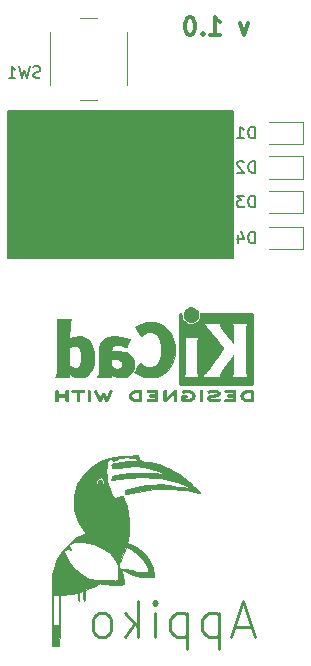
<source format=gbr>
G04 #@! TF.GenerationSoftware,KiCad,Pcbnew,(5.0.2)-1*
G04 #@! TF.CreationDate,2019-06-21T14:31:00+05:30*
G04 #@! TF.ProjectId,CapacityOfBattery,43617061-6369-4747-994f-664261747465,rev?*
G04 #@! TF.SameCoordinates,Original*
G04 #@! TF.FileFunction,Legend,Bot*
G04 #@! TF.FilePolarity,Positive*
%FSLAX46Y46*%
G04 Gerber Fmt 4.6, Leading zero omitted, Abs format (unit mm)*
G04 Created by KiCad (PCBNEW (5.0.2)-1) date 06/21/19 14:31:00*
%MOMM*%
%LPD*%
G01*
G04 APERTURE LIST*
%ADD10C,0.300000*%
%ADD11C,0.150000*%
%ADD12C,0.120000*%
%ADD13C,0.010000*%
%ADD14C,0.250000*%
G04 APERTURE END LIST*
D10*
X36614285Y-14828571D02*
X36257142Y-15828571D01*
X35900000Y-14828571D01*
X33400000Y-15828571D02*
X34257142Y-15828571D01*
X33828571Y-15828571D02*
X33828571Y-14328571D01*
X33971428Y-14542857D01*
X34114285Y-14685714D01*
X34257142Y-14757142D01*
X32757142Y-15685714D02*
X32685714Y-15757142D01*
X32757142Y-15828571D01*
X32828571Y-15757142D01*
X32757142Y-15685714D01*
X32757142Y-15828571D01*
X31757142Y-14328571D02*
X31614285Y-14328571D01*
X31471428Y-14400000D01*
X31400000Y-14471428D01*
X31328571Y-14614285D01*
X31257142Y-14900000D01*
X31257142Y-15257142D01*
X31328571Y-15542857D01*
X31400000Y-15685714D01*
X31471428Y-15757142D01*
X31614285Y-15828571D01*
X31757142Y-15828571D01*
X31900000Y-15757142D01*
X31971428Y-15685714D01*
X32042857Y-15542857D01*
X32114285Y-15257142D01*
X32114285Y-14900000D01*
X32042857Y-14614285D01*
X31971428Y-14471428D01*
X31900000Y-14400000D01*
X31757142Y-14328571D01*
D11*
G36*
X16300000Y-22300000D02*
X35300000Y-22300000D01*
X35300000Y-34700000D01*
X16300000Y-34700000D01*
X16300000Y-22300000D01*
G37*
X16300000Y-22300000D02*
X35300000Y-22300000D01*
X35300000Y-34700000D01*
X16300000Y-34700000D01*
X16300000Y-22300000D01*
D12*
G04 #@! TO.C,SW1*
X19840000Y-20100000D02*
X19840000Y-15600000D01*
X23840000Y-21350000D02*
X22340000Y-21350000D01*
X26340000Y-15600000D02*
X26340000Y-20100000D01*
X22340000Y-14350000D02*
X23840000Y-14350000D01*
G04 #@! TO.C,D2*
X38360000Y-26091000D02*
X41220000Y-26091000D01*
X41220000Y-26091000D02*
X41220000Y-28011000D01*
X41220000Y-28011000D02*
X38360000Y-28011000D01*
G04 #@! TO.C,D3*
X41220000Y-30942000D02*
X38360000Y-30942000D01*
X41220000Y-29022000D02*
X41220000Y-30942000D01*
X38360000Y-29022000D02*
X41220000Y-29022000D01*
G04 #@! TO.C,D4*
X38360000Y-32060000D02*
X41220000Y-32060000D01*
X41220000Y-32060000D02*
X41220000Y-33980000D01*
X41220000Y-33980000D02*
X38360000Y-33980000D01*
G04 #@! TO.C,D1*
X38360000Y-23170000D02*
X41220000Y-23170000D01*
X41220000Y-23170000D02*
X41220000Y-25090000D01*
X41220000Y-25090000D02*
X38360000Y-25090000D01*
D13*
G04 #@! TO.C,*
G36*
X23932882Y-53585471D02*
X23874447Y-53664417D01*
X23872400Y-53681832D01*
X23908609Y-53821698D01*
X23998305Y-53903216D01*
X24113093Y-53913760D01*
X24224580Y-53840708D01*
X24225977Y-53839037D01*
X24262054Y-53727505D01*
X24228341Y-53608785D01*
X24146187Y-53536675D01*
X24038523Y-53534905D01*
X23932882Y-53585471D01*
X23932882Y-53585471D01*
G37*
X23932882Y-53585471D02*
X23874447Y-53664417D01*
X23872400Y-53681832D01*
X23908609Y-53821698D01*
X23998305Y-53903216D01*
X24113093Y-53913760D01*
X24224580Y-53840708D01*
X24225977Y-53839037D01*
X24262054Y-53727505D01*
X24228341Y-53608785D01*
X24146187Y-53536675D01*
X24038523Y-53534905D01*
X23932882Y-53585471D01*
G36*
X26961851Y-51381476D02*
X26880076Y-51403429D01*
X26869600Y-51416472D01*
X26822264Y-51434269D01*
X26694080Y-51448708D01*
X26505788Y-51458104D01*
X26323500Y-51460859D01*
X25841423Y-51487586D01*
X25330405Y-51561731D01*
X24822717Y-51676037D01*
X24350629Y-51823250D01*
X23948944Y-51994821D01*
X23470316Y-52285620D01*
X23028419Y-52646441D01*
X22649194Y-53054722D01*
X22502842Y-53252400D01*
X22344003Y-53495608D01*
X22224693Y-53709073D01*
X22124905Y-53933512D01*
X22024628Y-54209646D01*
X22007520Y-54260393D01*
X21954690Y-54428763D01*
X21918287Y-54580367D01*
X21895339Y-54740904D01*
X21882871Y-54936076D01*
X21877911Y-55191584D01*
X21877302Y-55386000D01*
X21879176Y-55690565D01*
X21886773Y-55919240D01*
X21903055Y-56097693D01*
X21930986Y-56251597D01*
X21973526Y-56406623D01*
X22007018Y-56510026D01*
X22123670Y-56832949D01*
X22242504Y-57096262D01*
X22384605Y-57340179D01*
X22571054Y-57604918D01*
X22603846Y-57648509D01*
X22719194Y-57804417D01*
X22803969Y-57925782D01*
X22844842Y-57993237D01*
X22846189Y-58000639D01*
X22795627Y-58026034D01*
X22678477Y-58080699D01*
X22532455Y-58147201D01*
X22130453Y-58366928D01*
X21720860Y-58659693D01*
X21330179Y-59002826D01*
X20984919Y-59373658D01*
X20776953Y-59648589D01*
X20461554Y-60173750D01*
X20227996Y-60707928D01*
X20060511Y-61288333D01*
X20037839Y-61392527D01*
X20014488Y-61563030D01*
X19995084Y-61825950D01*
X19979708Y-62172178D01*
X19968441Y-62592603D01*
X19961363Y-63078117D01*
X19958557Y-63619611D01*
X19960103Y-64207974D01*
X19966081Y-64834097D01*
X19976574Y-65488872D01*
X19991662Y-66163188D01*
X19994445Y-66269900D01*
X20027869Y-67527200D01*
X20604932Y-67527200D01*
X20638356Y-66269900D01*
X20648301Y-65856328D01*
X20657079Y-65415810D01*
X20664220Y-64978112D01*
X20669258Y-64572999D01*
X20671722Y-64230237D01*
X20671890Y-64139412D01*
X20672000Y-63266225D01*
X20887900Y-63240003D01*
X21042594Y-63221268D01*
X21142485Y-63209200D01*
X20570400Y-63209200D01*
X20570400Y-65800000D01*
X20062400Y-65800000D01*
X20062400Y-63209200D01*
X20570400Y-63209200D01*
X21142485Y-63209200D01*
X21256854Y-63195383D01*
X21489374Y-63167339D01*
X21535600Y-63161770D01*
X21748687Y-63133969D01*
X21934312Y-63105938D01*
X22060455Y-63082627D01*
X22081700Y-63077354D01*
X22142645Y-63065762D01*
X22176863Y-63088203D01*
X22192051Y-63165128D01*
X22195904Y-63316982D01*
X22196000Y-63381075D01*
X22203064Y-63555954D01*
X22221830Y-63675949D01*
X22246800Y-63717200D01*
X22272953Y-63670275D01*
X22290992Y-63544776D01*
X22297600Y-63366569D01*
X22299505Y-63181715D01*
X22312024Y-63072531D01*
X22345365Y-63013087D01*
X22409735Y-62977452D01*
X22457581Y-62960169D01*
X22571206Y-62922228D01*
X22633546Y-62904563D01*
X22635381Y-62904400D01*
X22643657Y-62951190D01*
X22649889Y-63075531D01*
X22653022Y-63253380D01*
X22653200Y-63310800D01*
X22656790Y-63519320D01*
X22669812Y-63644461D01*
X22695650Y-63704262D01*
X22729400Y-63717200D01*
X22767589Y-63698701D01*
X22790920Y-63631382D01*
X22802541Y-63497511D01*
X22805600Y-63287843D01*
X22805600Y-62858487D01*
X23238074Y-62655823D01*
X23450019Y-62552328D01*
X23645045Y-62449791D01*
X23791553Y-62365088D01*
X23829499Y-62339976D01*
X23935765Y-62273088D01*
X24027107Y-62252373D01*
X24149295Y-62272217D01*
X24222525Y-62291769D01*
X24397613Y-62325492D01*
X24644629Y-62353924D01*
X24933973Y-62375605D01*
X25236045Y-62389071D01*
X25521246Y-62392860D01*
X25759976Y-62385511D01*
X25879290Y-62373611D01*
X26120790Y-62337396D01*
X26086935Y-62006946D01*
X26051639Y-61780528D01*
X25996703Y-61548301D01*
X25983055Y-61505850D01*
X25630460Y-61505850D01*
X25623280Y-61722959D01*
X25611465Y-61859695D01*
X25589173Y-61937275D01*
X25550560Y-61976918D01*
X25494862Y-61998344D01*
X25356815Y-62017343D01*
X25196180Y-62011924D01*
X25193200Y-62011535D01*
X25084995Y-62002250D01*
X24895675Y-61991232D01*
X24645686Y-61979460D01*
X24355479Y-61967913D01*
X24101000Y-61959272D01*
X23772058Y-61948228D01*
X23527103Y-61937036D01*
X23348549Y-61923231D01*
X23218812Y-61904350D01*
X23120303Y-61877931D01*
X23035439Y-61841510D01*
X22958000Y-61799185D01*
X22384653Y-61415975D01*
X21890327Y-60970068D01*
X21471009Y-60457315D01*
X21153474Y-59933412D01*
X20914864Y-59477024D01*
X21084008Y-59408006D01*
X21296774Y-59363359D01*
X21449933Y-59370455D01*
X21646716Y-59401922D01*
X21540358Y-59266710D01*
X21446405Y-59118045D01*
X21431177Y-59002451D01*
X21500057Y-58913920D01*
X21658429Y-58846447D01*
X21911674Y-58794022D01*
X21971837Y-58785143D01*
X22551812Y-58754150D01*
X23128987Y-58822558D01*
X23695068Y-58988317D01*
X24241766Y-59249377D01*
X24497497Y-59409723D01*
X24894792Y-59712019D01*
X25198310Y-60021558D01*
X25415642Y-60352386D01*
X25554384Y-60718555D01*
X25622129Y-61134112D01*
X25630460Y-61505850D01*
X25983055Y-61505850D01*
X25954545Y-61417176D01*
X25895005Y-61238725D01*
X25885655Y-61143916D01*
X25927341Y-61127572D01*
X25995737Y-61165901D01*
X26413707Y-61405185D01*
X26896433Y-61581774D01*
X27424966Y-61690561D01*
X27980359Y-61726437D01*
X28070081Y-61725079D01*
X28622200Y-61710600D01*
X28610432Y-61397496D01*
X28573572Y-61153947D01*
X28128621Y-61153947D01*
X28114747Y-61255794D01*
X28032455Y-61308690D01*
X27868428Y-61326988D01*
X27772895Y-61327815D01*
X27534736Y-61314651D01*
X27277903Y-61282992D01*
X27149000Y-61259170D01*
X26942618Y-61206594D01*
X26741513Y-61143739D01*
X26641000Y-61105664D01*
X26373992Y-61039435D01*
X26108932Y-61030791D01*
X25780064Y-61042563D01*
X25705349Y-60801977D01*
X25663615Y-60650154D01*
X25658814Y-60551950D01*
X25692233Y-60465846D01*
X25717031Y-60424796D01*
X25809453Y-60262672D01*
X25922979Y-60040578D01*
X26040985Y-59792877D01*
X26146850Y-59553935D01*
X26193350Y-59440051D01*
X26286726Y-59201503D01*
X26513254Y-59302923D01*
X26650951Y-59369691D01*
X26745479Y-59425024D01*
X26766592Y-59443224D01*
X26820760Y-59491505D01*
X26931669Y-59574440D01*
X27026567Y-59640697D01*
X27384015Y-59929668D01*
X27693377Y-60270566D01*
X27936722Y-60640602D01*
X28087391Y-60988795D01*
X28128621Y-61153947D01*
X28573572Y-61153947D01*
X28547645Y-60982637D01*
X28395118Y-60558539D01*
X28161019Y-60143102D01*
X27867610Y-59769582D01*
X27638886Y-59550213D01*
X27361930Y-59332323D01*
X27067554Y-59136974D01*
X26786569Y-58985230D01*
X26623908Y-58919359D01*
X26379290Y-58838110D01*
X26449558Y-58521755D01*
X26527949Y-58010058D01*
X26553500Y-57445822D01*
X26528478Y-56859518D01*
X26455147Y-56281615D01*
X26335776Y-55742581D01*
X26215699Y-55377770D01*
X26121884Y-55135218D01*
X26052080Y-54974480D01*
X25988753Y-54884651D01*
X25914369Y-54854827D01*
X25811393Y-54874105D01*
X25662290Y-54931580D01*
X25563124Y-54971973D01*
X25298048Y-55078437D01*
X25115646Y-54767214D01*
X24893328Y-54308565D01*
X24731114Y-53805765D01*
X24689607Y-53585391D01*
X24420002Y-53585391D01*
X24402570Y-53748818D01*
X24289031Y-53893894D01*
X24202600Y-53953042D01*
X24118594Y-53997537D01*
X24055725Y-54003738D01*
X23973611Y-53966598D01*
X23885100Y-53913356D01*
X23755469Y-53785661D01*
X23717763Y-53627604D01*
X23774498Y-53457075D01*
X23813280Y-53402460D01*
X23946444Y-53309794D01*
X24109783Y-53291379D01*
X24265059Y-53346345D01*
X24338607Y-53414390D01*
X24420002Y-53585391D01*
X24689607Y-53585391D01*
X24632639Y-53282933D01*
X24601540Y-52764190D01*
X24641454Y-52273656D01*
X24699626Y-52007800D01*
X24747473Y-51871238D01*
X24797099Y-51779866D01*
X24809727Y-51767277D01*
X24921760Y-51730386D01*
X25038431Y-51746155D01*
X25111126Y-51807716D01*
X25112039Y-51809988D01*
X25179760Y-51862865D01*
X25304611Y-51851025D01*
X25468708Y-51778270D01*
X25571102Y-51712322D01*
X25647907Y-51664567D01*
X25733618Y-51632804D01*
X25850058Y-51613885D01*
X26019049Y-51604662D01*
X26262414Y-51601989D01*
X26336200Y-51601974D01*
X26600243Y-51603868D01*
X26786093Y-51611397D01*
X26917140Y-51628218D01*
X27016774Y-51657984D01*
X27108383Y-51704350D01*
X27149000Y-51728974D01*
X27352200Y-51855400D01*
X26971200Y-51866637D01*
X26685863Y-51881905D01*
X26372117Y-51910084D01*
X26050170Y-51948130D01*
X25740228Y-51992998D01*
X25462498Y-52041643D01*
X25237185Y-52091023D01*
X25084495Y-52138093D01*
X25046659Y-52156579D01*
X25019875Y-52230218D01*
X25041484Y-52314398D01*
X25064526Y-52406598D01*
X25052243Y-52441144D01*
X25057802Y-52462664D01*
X25103688Y-52494126D01*
X25201345Y-52515601D01*
X25371338Y-52503012D01*
X25574412Y-52466569D01*
X26270880Y-52368443D01*
X26994412Y-52357535D01*
X27753333Y-52434137D01*
X28423649Y-52566176D01*
X28712325Y-52641881D01*
X28976329Y-52724509D01*
X29200555Y-52807921D01*
X29369897Y-52885973D01*
X29469248Y-52952525D01*
X29486002Y-52998074D01*
X29431196Y-53032409D01*
X29415781Y-53027619D01*
X29318518Y-52997779D01*
X29136946Y-52969820D01*
X28888353Y-52944594D01*
X28590024Y-52922949D01*
X28259247Y-52905737D01*
X27913307Y-52893808D01*
X27569492Y-52888011D01*
X27245088Y-52889196D01*
X26957380Y-52898215D01*
X26877473Y-52902790D01*
X26630370Y-52922953D01*
X26353012Y-52952239D01*
X26064338Y-52987862D01*
X25783290Y-53027034D01*
X25528809Y-53066969D01*
X25319835Y-53104880D01*
X25175309Y-53137979D01*
X25115254Y-53162093D01*
X25094894Y-53215329D01*
X25060296Y-53330427D01*
X25049287Y-53370039D01*
X25018787Y-53493807D01*
X25027589Y-53543931D01*
X25087934Y-53544698D01*
X25132873Y-53535881D01*
X25552367Y-53452290D01*
X25904368Y-53389387D01*
X26217139Y-53344351D01*
X26518946Y-53314361D01*
X26838052Y-53296595D01*
X27202719Y-53288233D01*
X27631600Y-53286441D01*
X28064932Y-53288999D01*
X28421107Y-53297271D01*
X28724512Y-53313623D01*
X28999536Y-53340423D01*
X29270566Y-53380038D01*
X29561990Y-53434833D01*
X29892200Y-53505839D01*
X30240794Y-53594248D01*
X30621110Y-53708213D01*
X30991900Y-53834382D01*
X31311917Y-53959402D01*
X31365400Y-53982738D01*
X31721000Y-54141400D01*
X31543200Y-54169455D01*
X31408751Y-54177765D01*
X31315951Y-54160875D01*
X31309926Y-54157196D01*
X31244313Y-54134875D01*
X31230155Y-54141179D01*
X31173357Y-54142194D01*
X31038693Y-54125984D01*
X30847860Y-54095561D01*
X30676029Y-54064292D01*
X29903818Y-53943036D01*
X29204085Y-53887898D01*
X28578810Y-53899014D01*
X28448948Y-53910622D01*
X28005183Y-53963650D01*
X27576251Y-54027893D01*
X27188550Y-54098855D01*
X26868475Y-54172039D01*
X26793400Y-54192653D01*
X26592187Y-54248925D01*
X26387703Y-54303512D01*
X26322854Y-54320072D01*
X26190836Y-54359381D01*
X26139768Y-54399081D01*
X26150365Y-54456156D01*
X26155967Y-54467052D01*
X26185870Y-54552498D01*
X26180786Y-54584681D01*
X26191411Y-54632439D01*
X26220673Y-54662728D01*
X26292052Y-54681083D01*
X26432021Y-54668062D01*
X26651863Y-54622262D01*
X26759767Y-54595700D01*
X27685058Y-54399310D01*
X28606499Y-54278064D01*
X29504284Y-54233820D01*
X30300108Y-54263367D01*
X30866755Y-54318314D01*
X31356641Y-54383799D01*
X31794380Y-54463591D01*
X32145797Y-54545985D01*
X32319936Y-54586172D01*
X32457746Y-54608998D01*
X32524930Y-54610023D01*
X32519198Y-54568728D01*
X32447993Y-54473125D01*
X32323321Y-54334629D01*
X32157186Y-54164655D01*
X31961595Y-53974619D01*
X31748553Y-53775937D01*
X31530066Y-53580024D01*
X31318138Y-53398296D01*
X31124775Y-53242168D01*
X30961984Y-53123055D01*
X30959000Y-53121047D01*
X30591677Y-52891473D01*
X30191241Y-52670561D01*
X29785004Y-52471587D01*
X29400278Y-52307829D01*
X29064377Y-52192565D01*
X29028600Y-52182611D01*
X28637430Y-52082188D01*
X28315672Y-52011832D01*
X28037508Y-51966191D01*
X27914930Y-51951802D01*
X27642939Y-51904597D01*
X27460121Y-51824415D01*
X27357684Y-51705203D01*
X27326800Y-51546912D01*
X27321710Y-51439927D01*
X27288007Y-51389265D01*
X27198044Y-51373869D01*
X27098200Y-51372800D01*
X26961851Y-51381476D01*
X26961851Y-51381476D01*
G37*
X26961851Y-51381476D02*
X26880076Y-51403429D01*
X26869600Y-51416472D01*
X26822264Y-51434269D01*
X26694080Y-51448708D01*
X26505788Y-51458104D01*
X26323500Y-51460859D01*
X25841423Y-51487586D01*
X25330405Y-51561731D01*
X24822717Y-51676037D01*
X24350629Y-51823250D01*
X23948944Y-51994821D01*
X23470316Y-52285620D01*
X23028419Y-52646441D01*
X22649194Y-53054722D01*
X22502842Y-53252400D01*
X22344003Y-53495608D01*
X22224693Y-53709073D01*
X22124905Y-53933512D01*
X22024628Y-54209646D01*
X22007520Y-54260393D01*
X21954690Y-54428763D01*
X21918287Y-54580367D01*
X21895339Y-54740904D01*
X21882871Y-54936076D01*
X21877911Y-55191584D01*
X21877302Y-55386000D01*
X21879176Y-55690565D01*
X21886773Y-55919240D01*
X21903055Y-56097693D01*
X21930986Y-56251597D01*
X21973526Y-56406623D01*
X22007018Y-56510026D01*
X22123670Y-56832949D01*
X22242504Y-57096262D01*
X22384605Y-57340179D01*
X22571054Y-57604918D01*
X22603846Y-57648509D01*
X22719194Y-57804417D01*
X22803969Y-57925782D01*
X22844842Y-57993237D01*
X22846189Y-58000639D01*
X22795627Y-58026034D01*
X22678477Y-58080699D01*
X22532455Y-58147201D01*
X22130453Y-58366928D01*
X21720860Y-58659693D01*
X21330179Y-59002826D01*
X20984919Y-59373658D01*
X20776953Y-59648589D01*
X20461554Y-60173750D01*
X20227996Y-60707928D01*
X20060511Y-61288333D01*
X20037839Y-61392527D01*
X20014488Y-61563030D01*
X19995084Y-61825950D01*
X19979708Y-62172178D01*
X19968441Y-62592603D01*
X19961363Y-63078117D01*
X19958557Y-63619611D01*
X19960103Y-64207974D01*
X19966081Y-64834097D01*
X19976574Y-65488872D01*
X19991662Y-66163188D01*
X19994445Y-66269900D01*
X20027869Y-67527200D01*
X20604932Y-67527200D01*
X20638356Y-66269900D01*
X20648301Y-65856328D01*
X20657079Y-65415810D01*
X20664220Y-64978112D01*
X20669258Y-64572999D01*
X20671722Y-64230237D01*
X20671890Y-64139412D01*
X20672000Y-63266225D01*
X20887900Y-63240003D01*
X21042594Y-63221268D01*
X21142485Y-63209200D01*
X20570400Y-63209200D01*
X20570400Y-65800000D01*
X20062400Y-65800000D01*
X20062400Y-63209200D01*
X20570400Y-63209200D01*
X21142485Y-63209200D01*
X21256854Y-63195383D01*
X21489374Y-63167339D01*
X21535600Y-63161770D01*
X21748687Y-63133969D01*
X21934312Y-63105938D01*
X22060455Y-63082627D01*
X22081700Y-63077354D01*
X22142645Y-63065762D01*
X22176863Y-63088203D01*
X22192051Y-63165128D01*
X22195904Y-63316982D01*
X22196000Y-63381075D01*
X22203064Y-63555954D01*
X22221830Y-63675949D01*
X22246800Y-63717200D01*
X22272953Y-63670275D01*
X22290992Y-63544776D01*
X22297600Y-63366569D01*
X22299505Y-63181715D01*
X22312024Y-63072531D01*
X22345365Y-63013087D01*
X22409735Y-62977452D01*
X22457581Y-62960169D01*
X22571206Y-62922228D01*
X22633546Y-62904563D01*
X22635381Y-62904400D01*
X22643657Y-62951190D01*
X22649889Y-63075531D01*
X22653022Y-63253380D01*
X22653200Y-63310800D01*
X22656790Y-63519320D01*
X22669812Y-63644461D01*
X22695650Y-63704262D01*
X22729400Y-63717200D01*
X22767589Y-63698701D01*
X22790920Y-63631382D01*
X22802541Y-63497511D01*
X22805600Y-63287843D01*
X22805600Y-62858487D01*
X23238074Y-62655823D01*
X23450019Y-62552328D01*
X23645045Y-62449791D01*
X23791553Y-62365088D01*
X23829499Y-62339976D01*
X23935765Y-62273088D01*
X24027107Y-62252373D01*
X24149295Y-62272217D01*
X24222525Y-62291769D01*
X24397613Y-62325492D01*
X24644629Y-62353924D01*
X24933973Y-62375605D01*
X25236045Y-62389071D01*
X25521246Y-62392860D01*
X25759976Y-62385511D01*
X25879290Y-62373611D01*
X26120790Y-62337396D01*
X26086935Y-62006946D01*
X26051639Y-61780528D01*
X25996703Y-61548301D01*
X25983055Y-61505850D01*
X25630460Y-61505850D01*
X25623280Y-61722959D01*
X25611465Y-61859695D01*
X25589173Y-61937275D01*
X25550560Y-61976918D01*
X25494862Y-61998344D01*
X25356815Y-62017343D01*
X25196180Y-62011924D01*
X25193200Y-62011535D01*
X25084995Y-62002250D01*
X24895675Y-61991232D01*
X24645686Y-61979460D01*
X24355479Y-61967913D01*
X24101000Y-61959272D01*
X23772058Y-61948228D01*
X23527103Y-61937036D01*
X23348549Y-61923231D01*
X23218812Y-61904350D01*
X23120303Y-61877931D01*
X23035439Y-61841510D01*
X22958000Y-61799185D01*
X22384653Y-61415975D01*
X21890327Y-60970068D01*
X21471009Y-60457315D01*
X21153474Y-59933412D01*
X20914864Y-59477024D01*
X21084008Y-59408006D01*
X21296774Y-59363359D01*
X21449933Y-59370455D01*
X21646716Y-59401922D01*
X21540358Y-59266710D01*
X21446405Y-59118045D01*
X21431177Y-59002451D01*
X21500057Y-58913920D01*
X21658429Y-58846447D01*
X21911674Y-58794022D01*
X21971837Y-58785143D01*
X22551812Y-58754150D01*
X23128987Y-58822558D01*
X23695068Y-58988317D01*
X24241766Y-59249377D01*
X24497497Y-59409723D01*
X24894792Y-59712019D01*
X25198310Y-60021558D01*
X25415642Y-60352386D01*
X25554384Y-60718555D01*
X25622129Y-61134112D01*
X25630460Y-61505850D01*
X25983055Y-61505850D01*
X25954545Y-61417176D01*
X25895005Y-61238725D01*
X25885655Y-61143916D01*
X25927341Y-61127572D01*
X25995737Y-61165901D01*
X26413707Y-61405185D01*
X26896433Y-61581774D01*
X27424966Y-61690561D01*
X27980359Y-61726437D01*
X28070081Y-61725079D01*
X28622200Y-61710600D01*
X28610432Y-61397496D01*
X28573572Y-61153947D01*
X28128621Y-61153947D01*
X28114747Y-61255794D01*
X28032455Y-61308690D01*
X27868428Y-61326988D01*
X27772895Y-61327815D01*
X27534736Y-61314651D01*
X27277903Y-61282992D01*
X27149000Y-61259170D01*
X26942618Y-61206594D01*
X26741513Y-61143739D01*
X26641000Y-61105664D01*
X26373992Y-61039435D01*
X26108932Y-61030791D01*
X25780064Y-61042563D01*
X25705349Y-60801977D01*
X25663615Y-60650154D01*
X25658814Y-60551950D01*
X25692233Y-60465846D01*
X25717031Y-60424796D01*
X25809453Y-60262672D01*
X25922979Y-60040578D01*
X26040985Y-59792877D01*
X26146850Y-59553935D01*
X26193350Y-59440051D01*
X26286726Y-59201503D01*
X26513254Y-59302923D01*
X26650951Y-59369691D01*
X26745479Y-59425024D01*
X26766592Y-59443224D01*
X26820760Y-59491505D01*
X26931669Y-59574440D01*
X27026567Y-59640697D01*
X27384015Y-59929668D01*
X27693377Y-60270566D01*
X27936722Y-60640602D01*
X28087391Y-60988795D01*
X28128621Y-61153947D01*
X28573572Y-61153947D01*
X28547645Y-60982637D01*
X28395118Y-60558539D01*
X28161019Y-60143102D01*
X27867610Y-59769582D01*
X27638886Y-59550213D01*
X27361930Y-59332323D01*
X27067554Y-59136974D01*
X26786569Y-58985230D01*
X26623908Y-58919359D01*
X26379290Y-58838110D01*
X26449558Y-58521755D01*
X26527949Y-58010058D01*
X26553500Y-57445822D01*
X26528478Y-56859518D01*
X26455147Y-56281615D01*
X26335776Y-55742581D01*
X26215699Y-55377770D01*
X26121884Y-55135218D01*
X26052080Y-54974480D01*
X25988753Y-54884651D01*
X25914369Y-54854827D01*
X25811393Y-54874105D01*
X25662290Y-54931580D01*
X25563124Y-54971973D01*
X25298048Y-55078437D01*
X25115646Y-54767214D01*
X24893328Y-54308565D01*
X24731114Y-53805765D01*
X24689607Y-53585391D01*
X24420002Y-53585391D01*
X24402570Y-53748818D01*
X24289031Y-53893894D01*
X24202600Y-53953042D01*
X24118594Y-53997537D01*
X24055725Y-54003738D01*
X23973611Y-53966598D01*
X23885100Y-53913356D01*
X23755469Y-53785661D01*
X23717763Y-53627604D01*
X23774498Y-53457075D01*
X23813280Y-53402460D01*
X23946444Y-53309794D01*
X24109783Y-53291379D01*
X24265059Y-53346345D01*
X24338607Y-53414390D01*
X24420002Y-53585391D01*
X24689607Y-53585391D01*
X24632639Y-53282933D01*
X24601540Y-52764190D01*
X24641454Y-52273656D01*
X24699626Y-52007800D01*
X24747473Y-51871238D01*
X24797099Y-51779866D01*
X24809727Y-51767277D01*
X24921760Y-51730386D01*
X25038431Y-51746155D01*
X25111126Y-51807716D01*
X25112039Y-51809988D01*
X25179760Y-51862865D01*
X25304611Y-51851025D01*
X25468708Y-51778270D01*
X25571102Y-51712322D01*
X25647907Y-51664567D01*
X25733618Y-51632804D01*
X25850058Y-51613885D01*
X26019049Y-51604662D01*
X26262414Y-51601989D01*
X26336200Y-51601974D01*
X26600243Y-51603868D01*
X26786093Y-51611397D01*
X26917140Y-51628218D01*
X27016774Y-51657984D01*
X27108383Y-51704350D01*
X27149000Y-51728974D01*
X27352200Y-51855400D01*
X26971200Y-51866637D01*
X26685863Y-51881905D01*
X26372117Y-51910084D01*
X26050170Y-51948130D01*
X25740228Y-51992998D01*
X25462498Y-52041643D01*
X25237185Y-52091023D01*
X25084495Y-52138093D01*
X25046659Y-52156579D01*
X25019875Y-52230218D01*
X25041484Y-52314398D01*
X25064526Y-52406598D01*
X25052243Y-52441144D01*
X25057802Y-52462664D01*
X25103688Y-52494126D01*
X25201345Y-52515601D01*
X25371338Y-52503012D01*
X25574412Y-52466569D01*
X26270880Y-52368443D01*
X26994412Y-52357535D01*
X27753333Y-52434137D01*
X28423649Y-52566176D01*
X28712325Y-52641881D01*
X28976329Y-52724509D01*
X29200555Y-52807921D01*
X29369897Y-52885973D01*
X29469248Y-52952525D01*
X29486002Y-52998074D01*
X29431196Y-53032409D01*
X29415781Y-53027619D01*
X29318518Y-52997779D01*
X29136946Y-52969820D01*
X28888353Y-52944594D01*
X28590024Y-52922949D01*
X28259247Y-52905737D01*
X27913307Y-52893808D01*
X27569492Y-52888011D01*
X27245088Y-52889196D01*
X26957380Y-52898215D01*
X26877473Y-52902790D01*
X26630370Y-52922953D01*
X26353012Y-52952239D01*
X26064338Y-52987862D01*
X25783290Y-53027034D01*
X25528809Y-53066969D01*
X25319835Y-53104880D01*
X25175309Y-53137979D01*
X25115254Y-53162093D01*
X25094894Y-53215329D01*
X25060296Y-53330427D01*
X25049287Y-53370039D01*
X25018787Y-53493807D01*
X25027589Y-53543931D01*
X25087934Y-53544698D01*
X25132873Y-53535881D01*
X25552367Y-53452290D01*
X25904368Y-53389387D01*
X26217139Y-53344351D01*
X26518946Y-53314361D01*
X26838052Y-53296595D01*
X27202719Y-53288233D01*
X27631600Y-53286441D01*
X28064932Y-53288999D01*
X28421107Y-53297271D01*
X28724512Y-53313623D01*
X28999536Y-53340423D01*
X29270566Y-53380038D01*
X29561990Y-53434833D01*
X29892200Y-53505839D01*
X30240794Y-53594248D01*
X30621110Y-53708213D01*
X30991900Y-53834382D01*
X31311917Y-53959402D01*
X31365400Y-53982738D01*
X31721000Y-54141400D01*
X31543200Y-54169455D01*
X31408751Y-54177765D01*
X31315951Y-54160875D01*
X31309926Y-54157196D01*
X31244313Y-54134875D01*
X31230155Y-54141179D01*
X31173357Y-54142194D01*
X31038693Y-54125984D01*
X30847860Y-54095561D01*
X30676029Y-54064292D01*
X29903818Y-53943036D01*
X29204085Y-53887898D01*
X28578810Y-53899014D01*
X28448948Y-53910622D01*
X28005183Y-53963650D01*
X27576251Y-54027893D01*
X27188550Y-54098855D01*
X26868475Y-54172039D01*
X26793400Y-54192653D01*
X26592187Y-54248925D01*
X26387703Y-54303512D01*
X26322854Y-54320072D01*
X26190836Y-54359381D01*
X26139768Y-54399081D01*
X26150365Y-54456156D01*
X26155967Y-54467052D01*
X26185870Y-54552498D01*
X26180786Y-54584681D01*
X26191411Y-54632439D01*
X26220673Y-54662728D01*
X26292052Y-54681083D01*
X26432021Y-54668062D01*
X26651863Y-54622262D01*
X26759767Y-54595700D01*
X27685058Y-54399310D01*
X28606499Y-54278064D01*
X29504284Y-54233820D01*
X30300108Y-54263367D01*
X30866755Y-54318314D01*
X31356641Y-54383799D01*
X31794380Y-54463591D01*
X32145797Y-54545985D01*
X32319936Y-54586172D01*
X32457746Y-54608998D01*
X32524930Y-54610023D01*
X32519198Y-54568728D01*
X32447993Y-54473125D01*
X32323321Y-54334629D01*
X32157186Y-54164655D01*
X31961595Y-53974619D01*
X31748553Y-53775937D01*
X31530066Y-53580024D01*
X31318138Y-53398296D01*
X31124775Y-53242168D01*
X30961984Y-53123055D01*
X30959000Y-53121047D01*
X30591677Y-52891473D01*
X30191241Y-52670561D01*
X29785004Y-52471587D01*
X29400278Y-52307829D01*
X29064377Y-52192565D01*
X29028600Y-52182611D01*
X28637430Y-52082188D01*
X28315672Y-52011832D01*
X28037508Y-51966191D01*
X27914930Y-51951802D01*
X27642939Y-51904597D01*
X27460121Y-51824415D01*
X27357684Y-51705203D01*
X27326800Y-51546912D01*
X27321710Y-51439927D01*
X27288007Y-51389265D01*
X27198044Y-51373869D01*
X27098200Y-51372800D01*
X26961851Y-51381476D01*
G36*
X31676240Y-38901293D02*
X31548063Y-38933562D01*
X31432789Y-38990587D01*
X31333189Y-39070172D01*
X31252035Y-39170125D01*
X31192098Y-39288251D01*
X31157134Y-39416475D01*
X31149344Y-39545969D01*
X31169120Y-39670929D01*
X31213988Y-39787899D01*
X31281472Y-39893422D01*
X31369098Y-39984042D01*
X31474393Y-40056303D01*
X31594882Y-40106748D01*
X31663135Y-40123288D01*
X31722378Y-40133302D01*
X31768046Y-40137259D01*
X31811928Y-40134830D01*
X31865814Y-40125684D01*
X31909877Y-40116398D01*
X32034248Y-40074447D01*
X32145647Y-40006383D01*
X32241565Y-39914269D01*
X32319496Y-39800170D01*
X32338067Y-39763905D01*
X32359951Y-39715487D01*
X32373675Y-39674828D01*
X32381085Y-39632049D01*
X32384027Y-39577272D01*
X32384397Y-39515917D01*
X32378957Y-39403606D01*
X32361096Y-39311371D01*
X32327559Y-39230658D01*
X32275090Y-39152914D01*
X32223769Y-39093982D01*
X32128054Y-39006355D01*
X32028078Y-38945868D01*
X31917907Y-38909653D01*
X31814549Y-38895973D01*
X31676240Y-38901293D01*
X31676240Y-38901293D01*
G37*
X31676240Y-38901293D02*
X31548063Y-38933562D01*
X31432789Y-38990587D01*
X31333189Y-39070172D01*
X31252035Y-39170125D01*
X31192098Y-39288251D01*
X31157134Y-39416475D01*
X31149344Y-39545969D01*
X31169120Y-39670929D01*
X31213988Y-39787899D01*
X31281472Y-39893422D01*
X31369098Y-39984042D01*
X31474393Y-40056303D01*
X31594882Y-40106748D01*
X31663135Y-40123288D01*
X31722378Y-40133302D01*
X31768046Y-40137259D01*
X31811928Y-40134830D01*
X31865814Y-40125684D01*
X31909877Y-40116398D01*
X32034248Y-40074447D01*
X32145647Y-40006383D01*
X32241565Y-39914269D01*
X32319496Y-39800170D01*
X32338067Y-39763905D01*
X32359951Y-39715487D01*
X32373675Y-39674828D01*
X32381085Y-39632049D01*
X32384027Y-39577272D01*
X32384397Y-39515917D01*
X32378957Y-39403606D01*
X32361096Y-39311371D01*
X32327559Y-39230658D01*
X32275090Y-39152914D01*
X32223769Y-39093982D01*
X32128054Y-39006355D01*
X32028078Y-38945868D01*
X31917907Y-38909653D01*
X31814549Y-38895973D01*
X31676240Y-38901293D01*
G36*
X20413526Y-42157367D02*
X20413500Y-42469461D01*
X20413465Y-42752962D01*
X20413369Y-43009336D01*
X20413159Y-43240048D01*
X20412784Y-43446565D01*
X20412191Y-43630351D01*
X20411330Y-43792874D01*
X20410147Y-43935598D01*
X20408592Y-44059990D01*
X20406611Y-44167515D01*
X20404154Y-44259640D01*
X20401167Y-44337830D01*
X20397600Y-44403551D01*
X20393401Y-44458269D01*
X20388516Y-44503449D01*
X20382896Y-44540558D01*
X20376487Y-44571062D01*
X20369237Y-44596426D01*
X20361095Y-44618115D01*
X20352010Y-44637597D01*
X20341927Y-44656337D01*
X20330797Y-44675800D01*
X20323883Y-44687924D01*
X20278264Y-44768757D01*
X21420769Y-44768757D01*
X21420769Y-44641006D01*
X21421743Y-44583273D01*
X21424342Y-44539119D01*
X21428082Y-44515446D01*
X21429735Y-44513254D01*
X21444942Y-44522419D01*
X21475183Y-44546175D01*
X21505405Y-44571969D01*
X21578076Y-44626201D01*
X21670577Y-44680792D01*
X21773161Y-44730725D01*
X21876081Y-44770987D01*
X21917157Y-44783833D01*
X22008351Y-44803225D01*
X22118657Y-44816487D01*
X22237671Y-44823202D01*
X22354995Y-44822953D01*
X22460227Y-44815324D01*
X22510414Y-44807592D01*
X22694270Y-44756918D01*
X22863755Y-44680067D01*
X23017954Y-44577737D01*
X23155956Y-44450628D01*
X23276849Y-44299440D01*
X23365786Y-44151927D01*
X23438835Y-43996483D01*
X23494752Y-43837586D01*
X23534689Y-43669843D01*
X23559793Y-43487861D01*
X23571214Y-43286245D01*
X23572181Y-43183136D01*
X23569393Y-43107545D01*
X22465540Y-43107545D01*
X22465263Y-43231452D01*
X22461385Y-43348199D01*
X22453846Y-43450820D01*
X22442589Y-43532349D01*
X22439149Y-43548779D01*
X22396811Y-43691612D01*
X22341348Y-43807473D01*
X22272297Y-43896654D01*
X22189196Y-43959444D01*
X22091582Y-43996137D01*
X21978990Y-44007021D01*
X21850959Y-43992390D01*
X21766449Y-43971458D01*
X21701022Y-43947241D01*
X21628957Y-43912828D01*
X21574822Y-43881272D01*
X21480887Y-43819540D01*
X21480887Y-42288220D01*
X21570631Y-42230216D01*
X21675177Y-42175733D01*
X21787258Y-42140251D01*
X21900589Y-42124376D01*
X22008883Y-42128712D01*
X22105855Y-42153865D01*
X22148397Y-42174593D01*
X22225515Y-42231838D01*
X22290695Y-42307422D01*
X22345487Y-42404108D01*
X22391439Y-42524658D01*
X22430103Y-42671833D01*
X22431809Y-42679645D01*
X22445350Y-42762527D01*
X22455524Y-42866116D01*
X22462274Y-42983444D01*
X22465540Y-43107545D01*
X23569393Y-43107545D01*
X23561728Y-42899801D01*
X23532512Y-42639073D01*
X23484604Y-42401123D01*
X23418072Y-42186124D01*
X23332985Y-41994250D01*
X23229413Y-41825674D01*
X23107425Y-41680568D01*
X22967089Y-41559105D01*
X22906959Y-41517898D01*
X22772559Y-41443145D01*
X22635043Y-41390409D01*
X22488476Y-41358243D01*
X22326927Y-41345203D01*
X22203769Y-41346595D01*
X22031152Y-41361195D01*
X21881249Y-41390239D01*
X21749722Y-41435063D01*
X21632235Y-41497000D01*
X21567177Y-41542549D01*
X21528080Y-41571725D01*
X21499202Y-41591656D01*
X21488272Y-41597515D01*
X21486122Y-41583097D01*
X21484404Y-41542287D01*
X21483100Y-41478747D01*
X21482195Y-41396140D01*
X21481672Y-41298130D01*
X21481513Y-41188379D01*
X21481702Y-41070551D01*
X21482222Y-40948307D01*
X21483056Y-40825313D01*
X21484188Y-40705230D01*
X21485601Y-40591721D01*
X21487277Y-40488450D01*
X21489200Y-40399080D01*
X21491354Y-40327273D01*
X21493720Y-40276693D01*
X21494375Y-40267396D01*
X21504463Y-40173647D01*
X21519855Y-40100224D01*
X21543472Y-40037489D01*
X21578233Y-39975802D01*
X21586577Y-39963047D01*
X21619105Y-39914201D01*
X20413787Y-39914201D01*
X20413526Y-42157367D01*
X20413526Y-42157367D01*
G37*
X20413526Y-42157367D02*
X20413500Y-42469461D01*
X20413465Y-42752962D01*
X20413369Y-43009336D01*
X20413159Y-43240048D01*
X20412784Y-43446565D01*
X20412191Y-43630351D01*
X20411330Y-43792874D01*
X20410147Y-43935598D01*
X20408592Y-44059990D01*
X20406611Y-44167515D01*
X20404154Y-44259640D01*
X20401167Y-44337830D01*
X20397600Y-44403551D01*
X20393401Y-44458269D01*
X20388516Y-44503449D01*
X20382896Y-44540558D01*
X20376487Y-44571062D01*
X20369237Y-44596426D01*
X20361095Y-44618115D01*
X20352010Y-44637597D01*
X20341927Y-44656337D01*
X20330797Y-44675800D01*
X20323883Y-44687924D01*
X20278264Y-44768757D01*
X21420769Y-44768757D01*
X21420769Y-44641006D01*
X21421743Y-44583273D01*
X21424342Y-44539119D01*
X21428082Y-44515446D01*
X21429735Y-44513254D01*
X21444942Y-44522419D01*
X21475183Y-44546175D01*
X21505405Y-44571969D01*
X21578076Y-44626201D01*
X21670577Y-44680792D01*
X21773161Y-44730725D01*
X21876081Y-44770987D01*
X21917157Y-44783833D01*
X22008351Y-44803225D01*
X22118657Y-44816487D01*
X22237671Y-44823202D01*
X22354995Y-44822953D01*
X22460227Y-44815324D01*
X22510414Y-44807592D01*
X22694270Y-44756918D01*
X22863755Y-44680067D01*
X23017954Y-44577737D01*
X23155956Y-44450628D01*
X23276849Y-44299440D01*
X23365786Y-44151927D01*
X23438835Y-43996483D01*
X23494752Y-43837586D01*
X23534689Y-43669843D01*
X23559793Y-43487861D01*
X23571214Y-43286245D01*
X23572181Y-43183136D01*
X23569393Y-43107545D01*
X22465540Y-43107545D01*
X22465263Y-43231452D01*
X22461385Y-43348199D01*
X22453846Y-43450820D01*
X22442589Y-43532349D01*
X22439149Y-43548779D01*
X22396811Y-43691612D01*
X22341348Y-43807473D01*
X22272297Y-43896654D01*
X22189196Y-43959444D01*
X22091582Y-43996137D01*
X21978990Y-44007021D01*
X21850959Y-43992390D01*
X21766449Y-43971458D01*
X21701022Y-43947241D01*
X21628957Y-43912828D01*
X21574822Y-43881272D01*
X21480887Y-43819540D01*
X21480887Y-42288220D01*
X21570631Y-42230216D01*
X21675177Y-42175733D01*
X21787258Y-42140251D01*
X21900589Y-42124376D01*
X22008883Y-42128712D01*
X22105855Y-42153865D01*
X22148397Y-42174593D01*
X22225515Y-42231838D01*
X22290695Y-42307422D01*
X22345487Y-42404108D01*
X22391439Y-42524658D01*
X22430103Y-42671833D01*
X22431809Y-42679645D01*
X22445350Y-42762527D01*
X22455524Y-42866116D01*
X22462274Y-42983444D01*
X22465540Y-43107545D01*
X23569393Y-43107545D01*
X23561728Y-42899801D01*
X23532512Y-42639073D01*
X23484604Y-42401123D01*
X23418072Y-42186124D01*
X23332985Y-41994250D01*
X23229413Y-41825674D01*
X23107425Y-41680568D01*
X22967089Y-41559105D01*
X22906959Y-41517898D01*
X22772559Y-41443145D01*
X22635043Y-41390409D01*
X22488476Y-41358243D01*
X22326927Y-41345203D01*
X22203769Y-41346595D01*
X22031152Y-41361195D01*
X21881249Y-41390239D01*
X21749722Y-41435063D01*
X21632235Y-41497000D01*
X21567177Y-41542549D01*
X21528080Y-41571725D01*
X21499202Y-41591656D01*
X21488272Y-41597515D01*
X21486122Y-41583097D01*
X21484404Y-41542287D01*
X21483100Y-41478747D01*
X21482195Y-41396140D01*
X21481672Y-41298130D01*
X21481513Y-41188379D01*
X21481702Y-41070551D01*
X21482222Y-40948307D01*
X21483056Y-40825313D01*
X21484188Y-40705230D01*
X21485601Y-40591721D01*
X21487277Y-40488450D01*
X21489200Y-40399080D01*
X21491354Y-40327273D01*
X21493720Y-40276693D01*
X21494375Y-40267396D01*
X21504463Y-40173647D01*
X21519855Y-40100224D01*
X21543472Y-40037489D01*
X21578233Y-39975802D01*
X21586577Y-39963047D01*
X21619105Y-39914201D01*
X20413787Y-39914201D01*
X20413526Y-42157367D01*
G36*
X25090508Y-41350971D02*
X24888250Y-41377618D01*
X24708164Y-41422398D01*
X24549089Y-41485669D01*
X24409862Y-41567787D01*
X24306535Y-41652409D01*
X24214884Y-41751108D01*
X24143334Y-41857313D01*
X24086214Y-41980092D01*
X24065612Y-42037433D01*
X24048492Y-42089331D01*
X24033578Y-42137455D01*
X24020698Y-42184246D01*
X24009680Y-42232144D01*
X24000350Y-42283587D01*
X23992537Y-42341016D01*
X23986068Y-42406870D01*
X23980770Y-42483589D01*
X23976470Y-42573612D01*
X23972997Y-42679380D01*
X23970177Y-42803331D01*
X23967838Y-42947906D01*
X23965807Y-43115544D01*
X23963912Y-43308685D01*
X23962245Y-43498757D01*
X23960479Y-43706703D01*
X23958874Y-43886797D01*
X23957263Y-44041244D01*
X23955480Y-44172249D01*
X23953357Y-44282017D01*
X23950728Y-44372753D01*
X23947424Y-44446662D01*
X23943281Y-44505950D01*
X23938130Y-44552822D01*
X23931804Y-44589483D01*
X23924137Y-44618137D01*
X23914962Y-44640990D01*
X23904112Y-44660248D01*
X23891419Y-44678115D01*
X23876717Y-44696796D01*
X23870991Y-44704029D01*
X23849930Y-44734436D01*
X23840562Y-44755142D01*
X23840532Y-44755754D01*
X23855014Y-44758682D01*
X23896267Y-44761378D01*
X23961003Y-44763769D01*
X24045936Y-44765778D01*
X24147777Y-44767329D01*
X24263240Y-44768346D01*
X24389036Y-44768753D01*
X24403557Y-44768757D01*
X24966581Y-44768757D01*
X24970924Y-44640858D01*
X24975266Y-44512958D01*
X25057929Y-44580841D01*
X25187510Y-44670726D01*
X25333828Y-44743541D01*
X25448944Y-44783787D01*
X25540902Y-44803342D01*
X25651874Y-44816647D01*
X25771385Y-44823285D01*
X25888963Y-44822843D01*
X25994133Y-44814905D01*
X26042367Y-44807298D01*
X26228782Y-44756890D01*
X26397100Y-44683874D01*
X26546104Y-44589337D01*
X26674576Y-44474365D01*
X26781301Y-44340046D01*
X26865060Y-44187467D01*
X26924140Y-44019594D01*
X26940562Y-43944261D01*
X26950693Y-43861451D01*
X26955524Y-43761815D01*
X26956183Y-43716686D01*
X26956096Y-43712446D01*
X25944344Y-43712446D01*
X25931971Y-43812367D01*
X25894444Y-43897343D01*
X25829915Y-43971417D01*
X25823182Y-43977292D01*
X25758885Y-44023659D01*
X25690042Y-44053724D01*
X25609186Y-44069595D01*
X25508851Y-44073380D01*
X25484743Y-44072840D01*
X25413091Y-44069309D01*
X25359797Y-44062098D01*
X25313177Y-44048566D01*
X25261548Y-44026072D01*
X25247380Y-44019178D01*
X25166632Y-43971478D01*
X25104299Y-43914719D01*
X25087341Y-43894431D01*
X25027870Y-43819194D01*
X25027870Y-43558413D01*
X25028583Y-43453706D01*
X25030833Y-43376552D01*
X25034785Y-43324478D01*
X25040604Y-43295009D01*
X25046042Y-43286400D01*
X25067245Y-43282188D01*
X25112222Y-43278697D01*
X25174695Y-43276256D01*
X25248381Y-43275194D01*
X25260214Y-43275174D01*
X25421010Y-43282169D01*
X25557701Y-43303693D01*
X25672935Y-43340569D01*
X25769359Y-43393620D01*
X25842491Y-43456127D01*
X25901799Y-43533195D01*
X25934715Y-43617135D01*
X25944344Y-43712446D01*
X26956096Y-43712446D01*
X26953609Y-43591864D01*
X26942499Y-43486821D01*
X26920871Y-43391998D01*
X26886739Y-43297837D01*
X26854791Y-43228111D01*
X26776748Y-43101236D01*
X26672773Y-42984042D01*
X26546030Y-42878662D01*
X26399682Y-42787228D01*
X26236894Y-42711874D01*
X26060829Y-42654732D01*
X25974734Y-42634842D01*
X25793426Y-42605413D01*
X25595792Y-42585997D01*
X25394150Y-42577502D01*
X25225654Y-42579675D01*
X25010125Y-42588700D01*
X25020003Y-42510178D01*
X25045689Y-42378170D01*
X25087139Y-42270702D01*
X25145499Y-42186952D01*
X25221917Y-42126095D01*
X25317539Y-42087308D01*
X25433510Y-42069766D01*
X25570979Y-42072647D01*
X25621538Y-42077974D01*
X25809514Y-42111482D01*
X25991662Y-42166113D01*
X26117515Y-42216706D01*
X26177639Y-42242501D01*
X26228806Y-42263231D01*
X26263889Y-42276071D01*
X26274125Y-42278797D01*
X26287098Y-42266710D01*
X26309357Y-42228142D01*
X26341110Y-42162655D01*
X26382568Y-42069816D01*
X26433939Y-41949187D01*
X26442723Y-41928165D01*
X26482739Y-41831885D01*
X26518659Y-41744885D01*
X26548931Y-41670969D01*
X26572004Y-41613941D01*
X26586326Y-41577607D01*
X26590462Y-41565839D01*
X26577150Y-41559509D01*
X26542167Y-41552483D01*
X26504526Y-41547585D01*
X26464377Y-41541252D01*
X26400754Y-41528677D01*
X26319303Y-41511092D01*
X26225664Y-41489730D01*
X26125480Y-41465825D01*
X26087455Y-41456475D01*
X25947581Y-41422408D01*
X25830869Y-41395698D01*
X25731565Y-41375491D01*
X25643915Y-41360934D01*
X25562164Y-41351173D01*
X25480559Y-41345356D01*
X25393344Y-41342630D01*
X25316102Y-41342100D01*
X25090508Y-41350971D01*
X25090508Y-41350971D01*
G37*
X25090508Y-41350971D02*
X24888250Y-41377618D01*
X24708164Y-41422398D01*
X24549089Y-41485669D01*
X24409862Y-41567787D01*
X24306535Y-41652409D01*
X24214884Y-41751108D01*
X24143334Y-41857313D01*
X24086214Y-41980092D01*
X24065612Y-42037433D01*
X24048492Y-42089331D01*
X24033578Y-42137455D01*
X24020698Y-42184246D01*
X24009680Y-42232144D01*
X24000350Y-42283587D01*
X23992537Y-42341016D01*
X23986068Y-42406870D01*
X23980770Y-42483589D01*
X23976470Y-42573612D01*
X23972997Y-42679380D01*
X23970177Y-42803331D01*
X23967838Y-42947906D01*
X23965807Y-43115544D01*
X23963912Y-43308685D01*
X23962245Y-43498757D01*
X23960479Y-43706703D01*
X23958874Y-43886797D01*
X23957263Y-44041244D01*
X23955480Y-44172249D01*
X23953357Y-44282017D01*
X23950728Y-44372753D01*
X23947424Y-44446662D01*
X23943281Y-44505950D01*
X23938130Y-44552822D01*
X23931804Y-44589483D01*
X23924137Y-44618137D01*
X23914962Y-44640990D01*
X23904112Y-44660248D01*
X23891419Y-44678115D01*
X23876717Y-44696796D01*
X23870991Y-44704029D01*
X23849930Y-44734436D01*
X23840562Y-44755142D01*
X23840532Y-44755754D01*
X23855014Y-44758682D01*
X23896267Y-44761378D01*
X23961003Y-44763769D01*
X24045936Y-44765778D01*
X24147777Y-44767329D01*
X24263240Y-44768346D01*
X24389036Y-44768753D01*
X24403557Y-44768757D01*
X24966581Y-44768757D01*
X24970924Y-44640858D01*
X24975266Y-44512958D01*
X25057929Y-44580841D01*
X25187510Y-44670726D01*
X25333828Y-44743541D01*
X25448944Y-44783787D01*
X25540902Y-44803342D01*
X25651874Y-44816647D01*
X25771385Y-44823285D01*
X25888963Y-44822843D01*
X25994133Y-44814905D01*
X26042367Y-44807298D01*
X26228782Y-44756890D01*
X26397100Y-44683874D01*
X26546104Y-44589337D01*
X26674576Y-44474365D01*
X26781301Y-44340046D01*
X26865060Y-44187467D01*
X26924140Y-44019594D01*
X26940562Y-43944261D01*
X26950693Y-43861451D01*
X26955524Y-43761815D01*
X26956183Y-43716686D01*
X26956096Y-43712446D01*
X25944344Y-43712446D01*
X25931971Y-43812367D01*
X25894444Y-43897343D01*
X25829915Y-43971417D01*
X25823182Y-43977292D01*
X25758885Y-44023659D01*
X25690042Y-44053724D01*
X25609186Y-44069595D01*
X25508851Y-44073380D01*
X25484743Y-44072840D01*
X25413091Y-44069309D01*
X25359797Y-44062098D01*
X25313177Y-44048566D01*
X25261548Y-44026072D01*
X25247380Y-44019178D01*
X25166632Y-43971478D01*
X25104299Y-43914719D01*
X25087341Y-43894431D01*
X25027870Y-43819194D01*
X25027870Y-43558413D01*
X25028583Y-43453706D01*
X25030833Y-43376552D01*
X25034785Y-43324478D01*
X25040604Y-43295009D01*
X25046042Y-43286400D01*
X25067245Y-43282188D01*
X25112222Y-43278697D01*
X25174695Y-43276256D01*
X25248381Y-43275194D01*
X25260214Y-43275174D01*
X25421010Y-43282169D01*
X25557701Y-43303693D01*
X25672935Y-43340569D01*
X25769359Y-43393620D01*
X25842491Y-43456127D01*
X25901799Y-43533195D01*
X25934715Y-43617135D01*
X25944344Y-43712446D01*
X26956096Y-43712446D01*
X26953609Y-43591864D01*
X26942499Y-43486821D01*
X26920871Y-43391998D01*
X26886739Y-43297837D01*
X26854791Y-43228111D01*
X26776748Y-43101236D01*
X26672773Y-42984042D01*
X26546030Y-42878662D01*
X26399682Y-42787228D01*
X26236894Y-42711874D01*
X26060829Y-42654732D01*
X25974734Y-42634842D01*
X25793426Y-42605413D01*
X25595792Y-42585997D01*
X25394150Y-42577502D01*
X25225654Y-42579675D01*
X25010125Y-42588700D01*
X25020003Y-42510178D01*
X25045689Y-42378170D01*
X25087139Y-42270702D01*
X25145499Y-42186952D01*
X25221917Y-42126095D01*
X25317539Y-42087308D01*
X25433510Y-42069766D01*
X25570979Y-42072647D01*
X25621538Y-42077974D01*
X25809514Y-42111482D01*
X25991662Y-42166113D01*
X26117515Y-42216706D01*
X26177639Y-42242501D01*
X26228806Y-42263231D01*
X26263889Y-42276071D01*
X26274125Y-42278797D01*
X26287098Y-42266710D01*
X26309357Y-42228142D01*
X26341110Y-42162655D01*
X26382568Y-42069816D01*
X26433939Y-41949187D01*
X26442723Y-41928165D01*
X26482739Y-41831885D01*
X26518659Y-41744885D01*
X26548931Y-41670969D01*
X26572004Y-41613941D01*
X26586326Y-41577607D01*
X26590462Y-41565839D01*
X26577150Y-41559509D01*
X26542167Y-41552483D01*
X26504526Y-41547585D01*
X26464377Y-41541252D01*
X26400754Y-41528677D01*
X26319303Y-41511092D01*
X26225664Y-41489730D01*
X26125480Y-41465825D01*
X26087455Y-41456475D01*
X25947581Y-41422408D01*
X25830869Y-41395698D01*
X25731565Y-41375491D01*
X25643915Y-41360934D01*
X25562164Y-41351173D01*
X25480559Y-41345356D01*
X25393344Y-41342630D01*
X25316102Y-41342100D01*
X25090508Y-41350971D01*
G36*
X28212742Y-40129473D02*
X27999536Y-40157663D01*
X27781273Y-40211103D01*
X27555204Y-40290325D01*
X27318582Y-40395856D01*
X27303580Y-40403238D01*
X27226768Y-40440550D01*
X27158140Y-40472605D01*
X27102703Y-40497166D01*
X27065464Y-40511992D01*
X27052722Y-40515384D01*
X27027137Y-40522051D01*
X27020997Y-40527651D01*
X27027792Y-40541541D01*
X27049147Y-40576540D01*
X27082604Y-40628980D01*
X27125706Y-40695194D01*
X27175992Y-40771514D01*
X27231005Y-40854273D01*
X27288286Y-40939801D01*
X27345377Y-41024433D01*
X27399817Y-41104500D01*
X27449150Y-41176334D01*
X27490917Y-41236268D01*
X27522658Y-41280635D01*
X27541915Y-41305765D01*
X27544558Y-41308680D01*
X27558029Y-41302491D01*
X27587773Y-41279623D01*
X27628473Y-41244314D01*
X27649434Y-41225040D01*
X27777896Y-41124814D01*
X27919966Y-41051002D01*
X28073744Y-41004270D01*
X28237328Y-40985284D01*
X28329725Y-40986843D01*
X28491005Y-41009690D01*
X28636413Y-41057462D01*
X28766384Y-41130508D01*
X28881353Y-41229176D01*
X28981754Y-41353815D01*
X29068022Y-41504776D01*
X29117839Y-41620059D01*
X29176222Y-41800724D01*
X29219252Y-41997078D01*
X29247040Y-42204057D01*
X29259695Y-42416598D01*
X29257330Y-42629638D01*
X29240055Y-42838113D01*
X29207981Y-43036961D01*
X29161218Y-43221118D01*
X29099877Y-43385520D01*
X29078200Y-43431124D01*
X28987340Y-43583014D01*
X28880219Y-43711481D01*
X28758412Y-43815478D01*
X28623490Y-43893958D01*
X28477029Y-43945874D01*
X28320600Y-43970179D01*
X28265392Y-43971967D01*
X28103554Y-43957428D01*
X27943209Y-43913737D01*
X27786390Y-43841798D01*
X27635133Y-43742512D01*
X27513436Y-43638232D01*
X27451488Y-43578945D01*
X27210155Y-43974709D01*
X27150114Y-44073446D01*
X27095211Y-44164262D01*
X27047394Y-44243895D01*
X27008609Y-44309080D01*
X26980806Y-44356554D01*
X26965930Y-44383055D01*
X26963997Y-44387175D01*
X26974953Y-44400009D01*
X27009007Y-44423016D01*
X27061855Y-44454015D01*
X27129189Y-44490829D01*
X27206706Y-44531278D01*
X27290098Y-44573182D01*
X27375060Y-44614363D01*
X27457286Y-44652642D01*
X27532471Y-44685838D01*
X27596309Y-44711775D01*
X27627533Y-44722997D01*
X27805623Y-44773342D01*
X27989209Y-44806630D01*
X28185858Y-44823943D01*
X28354659Y-44827043D01*
X28445133Y-44825585D01*
X28532471Y-44822792D01*
X28608932Y-44819009D01*
X28666770Y-44814578D01*
X28685549Y-44812337D01*
X28870628Y-44773947D01*
X29059051Y-44713877D01*
X29242090Y-44635702D01*
X29411013Y-44543000D01*
X29514201Y-44472864D01*
X29683826Y-44328809D01*
X29841330Y-44160302D01*
X29983795Y-43971508D01*
X30108303Y-43766591D01*
X30211938Y-43549715D01*
X30270324Y-43393550D01*
X30337222Y-43149076D01*
X30381821Y-42890064D01*
X30404135Y-42622119D01*
X30404179Y-42350845D01*
X30381966Y-42081847D01*
X30337509Y-41820729D01*
X30270824Y-41573095D01*
X30265743Y-41557666D01*
X30182022Y-41341915D01*
X30079844Y-41144983D01*
X29955742Y-40961299D01*
X29806250Y-40785288D01*
X29747850Y-40725027D01*
X29566596Y-40560016D01*
X29380263Y-40423495D01*
X29185991Y-40313979D01*
X28980921Y-40229981D01*
X28762190Y-40170015D01*
X28634970Y-40146730D01*
X28423637Y-40126005D01*
X28212742Y-40129473D01*
X28212742Y-40129473D01*
G37*
X28212742Y-40129473D02*
X27999536Y-40157663D01*
X27781273Y-40211103D01*
X27555204Y-40290325D01*
X27318582Y-40395856D01*
X27303580Y-40403238D01*
X27226768Y-40440550D01*
X27158140Y-40472605D01*
X27102703Y-40497166D01*
X27065464Y-40511992D01*
X27052722Y-40515384D01*
X27027137Y-40522051D01*
X27020997Y-40527651D01*
X27027792Y-40541541D01*
X27049147Y-40576540D01*
X27082604Y-40628980D01*
X27125706Y-40695194D01*
X27175992Y-40771514D01*
X27231005Y-40854273D01*
X27288286Y-40939801D01*
X27345377Y-41024433D01*
X27399817Y-41104500D01*
X27449150Y-41176334D01*
X27490917Y-41236268D01*
X27522658Y-41280635D01*
X27541915Y-41305765D01*
X27544558Y-41308680D01*
X27558029Y-41302491D01*
X27587773Y-41279623D01*
X27628473Y-41244314D01*
X27649434Y-41225040D01*
X27777896Y-41124814D01*
X27919966Y-41051002D01*
X28073744Y-41004270D01*
X28237328Y-40985284D01*
X28329725Y-40986843D01*
X28491005Y-41009690D01*
X28636413Y-41057462D01*
X28766384Y-41130508D01*
X28881353Y-41229176D01*
X28981754Y-41353815D01*
X29068022Y-41504776D01*
X29117839Y-41620059D01*
X29176222Y-41800724D01*
X29219252Y-41997078D01*
X29247040Y-42204057D01*
X29259695Y-42416598D01*
X29257330Y-42629638D01*
X29240055Y-42838113D01*
X29207981Y-43036961D01*
X29161218Y-43221118D01*
X29099877Y-43385520D01*
X29078200Y-43431124D01*
X28987340Y-43583014D01*
X28880219Y-43711481D01*
X28758412Y-43815478D01*
X28623490Y-43893958D01*
X28477029Y-43945874D01*
X28320600Y-43970179D01*
X28265392Y-43971967D01*
X28103554Y-43957428D01*
X27943209Y-43913737D01*
X27786390Y-43841798D01*
X27635133Y-43742512D01*
X27513436Y-43638232D01*
X27451488Y-43578945D01*
X27210155Y-43974709D01*
X27150114Y-44073446D01*
X27095211Y-44164262D01*
X27047394Y-44243895D01*
X27008609Y-44309080D01*
X26980806Y-44356554D01*
X26965930Y-44383055D01*
X26963997Y-44387175D01*
X26974953Y-44400009D01*
X27009007Y-44423016D01*
X27061855Y-44454015D01*
X27129189Y-44490829D01*
X27206706Y-44531278D01*
X27290098Y-44573182D01*
X27375060Y-44614363D01*
X27457286Y-44652642D01*
X27532471Y-44685838D01*
X27596309Y-44711775D01*
X27627533Y-44722997D01*
X27805623Y-44773342D01*
X27989209Y-44806630D01*
X28185858Y-44823943D01*
X28354659Y-44827043D01*
X28445133Y-44825585D01*
X28532471Y-44822792D01*
X28608932Y-44819009D01*
X28666770Y-44814578D01*
X28685549Y-44812337D01*
X28870628Y-44773947D01*
X29059051Y-44713877D01*
X29242090Y-44635702D01*
X29411013Y-44543000D01*
X29514201Y-44472864D01*
X29683826Y-44328809D01*
X29841330Y-44160302D01*
X29983795Y-43971508D01*
X30108303Y-43766591D01*
X30211938Y-43549715D01*
X30270324Y-43393550D01*
X30337222Y-43149076D01*
X30381821Y-42890064D01*
X30404135Y-42622119D01*
X30404179Y-42350845D01*
X30381966Y-42081847D01*
X30337509Y-41820729D01*
X30270824Y-41573095D01*
X30265743Y-41557666D01*
X30182022Y-41341915D01*
X30079844Y-41144983D01*
X29955742Y-40961299D01*
X29806250Y-40785288D01*
X29747850Y-40725027D01*
X29566596Y-40560016D01*
X29380263Y-40423495D01*
X29185991Y-40313979D01*
X28980921Y-40229981D01*
X28762190Y-40170015D01*
X28634970Y-40146730D01*
X28423637Y-40126005D01*
X28212742Y-40129473D01*
G36*
X32572722Y-39517024D02*
X32558256Y-39668719D01*
X32516163Y-39812003D01*
X32448393Y-39943807D01*
X32356899Y-40061058D01*
X32243635Y-40160687D01*
X32114510Y-40237729D01*
X31973028Y-40290479D01*
X31830554Y-40315201D01*
X31689896Y-40313684D01*
X31553864Y-40287717D01*
X31425267Y-40239090D01*
X31306914Y-40169593D01*
X31201614Y-40081014D01*
X31112177Y-39975143D01*
X31041412Y-39853770D01*
X30992129Y-39718683D01*
X30967135Y-39571674D01*
X30964556Y-39505244D01*
X30964556Y-39388165D01*
X30895420Y-39388165D01*
X30847081Y-39391953D01*
X30811271Y-39407662D01*
X30775183Y-39439266D01*
X30724083Y-39490367D01*
X30724083Y-42408138D01*
X30724095Y-42757138D01*
X30724138Y-43077332D01*
X30724223Y-43369974D01*
X30724361Y-43636318D01*
X30724562Y-43877617D01*
X30724838Y-44095125D01*
X30725200Y-44290095D01*
X30725658Y-44463780D01*
X30726223Y-44617435D01*
X30726906Y-44752313D01*
X30727717Y-44869668D01*
X30728669Y-44970753D01*
X30729771Y-45056821D01*
X30731035Y-45129127D01*
X30732470Y-45188923D01*
X30734089Y-45237464D01*
X30735902Y-45276003D01*
X30737920Y-45305793D01*
X30740154Y-45328089D01*
X30742614Y-45344143D01*
X30745312Y-45355210D01*
X30748258Y-45362542D01*
X30749699Y-45365005D01*
X30755241Y-45374340D01*
X30759947Y-45382923D01*
X30765045Y-45390784D01*
X30771765Y-45397955D01*
X30781336Y-45404467D01*
X30794986Y-45410353D01*
X30813945Y-45415642D01*
X30839442Y-45420368D01*
X30872705Y-45424560D01*
X30914964Y-45428251D01*
X30967448Y-45431472D01*
X31031386Y-45434254D01*
X31108007Y-45436630D01*
X31198540Y-45438629D01*
X31304214Y-45440284D01*
X31426258Y-45441627D01*
X31565901Y-45442687D01*
X31724372Y-45443498D01*
X31902900Y-45444090D01*
X32102715Y-45444495D01*
X32325045Y-45444744D01*
X32571119Y-45444869D01*
X32842166Y-45444901D01*
X33139416Y-45444871D01*
X33464097Y-45444811D01*
X33817438Y-45444752D01*
X33868541Y-45444746D01*
X34223985Y-45444689D01*
X34550594Y-45444595D01*
X34849592Y-45444455D01*
X35122204Y-45444259D01*
X35369653Y-45443997D01*
X35593164Y-45443660D01*
X35793960Y-45443239D01*
X35973266Y-45442723D01*
X36132307Y-45442104D01*
X36272306Y-45441371D01*
X36394487Y-45440515D01*
X36500075Y-45439526D01*
X36590293Y-45438394D01*
X36666366Y-45437111D01*
X36729519Y-45435666D01*
X36780975Y-45434049D01*
X36821958Y-45432252D01*
X36853692Y-45430265D01*
X36877402Y-45428077D01*
X36894312Y-45425679D01*
X36905646Y-45423063D01*
X36911448Y-45420841D01*
X36922714Y-45416088D01*
X36933058Y-45412578D01*
X36942517Y-45409068D01*
X36951132Y-45404313D01*
X36958942Y-45397069D01*
X36965985Y-45386091D01*
X36972302Y-45370135D01*
X36977931Y-45347955D01*
X36982912Y-45318309D01*
X36987284Y-45279951D01*
X36991086Y-45231637D01*
X36994358Y-45172122D01*
X36997139Y-45100163D01*
X36999467Y-45014513D01*
X37001383Y-44913931D01*
X37002925Y-44797169D01*
X37004134Y-44662985D01*
X37005047Y-44510134D01*
X37005705Y-44337371D01*
X37006146Y-44143452D01*
X37006411Y-43927133D01*
X37006536Y-43687168D01*
X37006564Y-43422314D01*
X37006533Y-43131326D01*
X37006481Y-42812960D01*
X37006449Y-42465970D01*
X37006449Y-42409852D01*
X37006467Y-42059841D01*
X37006501Y-41738636D01*
X37006515Y-41444983D01*
X37006476Y-41177628D01*
X37006351Y-40935317D01*
X37006103Y-40716797D01*
X37005700Y-40520813D01*
X37005107Y-40346113D01*
X37004335Y-40199763D01*
X36601149Y-40199763D01*
X36548174Y-40276775D01*
X36533302Y-40297768D01*
X36519895Y-40316356D01*
X36507876Y-40334120D01*
X36497170Y-40352638D01*
X36487703Y-40373491D01*
X36479397Y-40398257D01*
X36472178Y-40428517D01*
X36465969Y-40465850D01*
X36460696Y-40511835D01*
X36456282Y-40568052D01*
X36452652Y-40636080D01*
X36449730Y-40717500D01*
X36447441Y-40813890D01*
X36445709Y-40926830D01*
X36444458Y-41057899D01*
X36443614Y-41208678D01*
X36443099Y-41380746D01*
X36442839Y-41575681D01*
X36442757Y-41795065D01*
X36442779Y-42040476D01*
X36442828Y-42313494D01*
X36442840Y-42476745D01*
X36442808Y-42765583D01*
X36442763Y-43025943D01*
X36442779Y-43259406D01*
X36442931Y-43467554D01*
X36443294Y-43651969D01*
X36443943Y-43814231D01*
X36444953Y-43955922D01*
X36446399Y-44078624D01*
X36448355Y-44183917D01*
X36450896Y-44273383D01*
X36454097Y-44348603D01*
X36458033Y-44411159D01*
X36462780Y-44462632D01*
X36468410Y-44504603D01*
X36475001Y-44538653D01*
X36482626Y-44566365D01*
X36491360Y-44589318D01*
X36501279Y-44609096D01*
X36512456Y-44627278D01*
X36524967Y-44645446D01*
X36538888Y-44665182D01*
X36546997Y-44677019D01*
X36598618Y-44753728D01*
X35890914Y-44753728D01*
X35726826Y-44753681D01*
X35590367Y-44753481D01*
X35479109Y-44753033D01*
X35390621Y-44752244D01*
X35322476Y-44751020D01*
X35272243Y-44749269D01*
X35237493Y-44746897D01*
X35215798Y-44743810D01*
X35204727Y-44739916D01*
X35201851Y-44735120D01*
X35204741Y-44729330D01*
X35206333Y-44727426D01*
X35239817Y-44678070D01*
X35274296Y-44607773D01*
X35305729Y-44525227D01*
X35316738Y-44490061D01*
X35322884Y-44466175D01*
X35328078Y-44438135D01*
X35332430Y-44403165D01*
X35336048Y-44358489D01*
X35339043Y-44301329D01*
X35341523Y-44228910D01*
X35343598Y-44138455D01*
X35345377Y-44027188D01*
X35346970Y-43892331D01*
X35348486Y-43731109D01*
X35348988Y-43671597D01*
X35350342Y-43504976D01*
X35351352Y-43366026D01*
X35351941Y-43252361D01*
X35352031Y-43161596D01*
X35351544Y-43091344D01*
X35350403Y-43039219D01*
X35348530Y-43002834D01*
X35345847Y-42979804D01*
X35342276Y-42967742D01*
X35337739Y-42964261D01*
X35332159Y-42966976D01*
X35326203Y-42972722D01*
X35312417Y-42989943D01*
X35283050Y-43028651D01*
X35240179Y-43086010D01*
X35185882Y-43159181D01*
X35122237Y-43245326D01*
X35051323Y-43341609D01*
X34975216Y-43445192D01*
X34895995Y-43553237D01*
X34815738Y-43662907D01*
X34736522Y-43771364D01*
X34660426Y-43875770D01*
X34589527Y-43973289D01*
X34525903Y-44061083D01*
X34471633Y-44136314D01*
X34428793Y-44196144D01*
X34399462Y-44237737D01*
X34393380Y-44246567D01*
X34362864Y-44295698D01*
X34327172Y-44359590D01*
X34293357Y-44425542D01*
X34289069Y-44434437D01*
X34260208Y-44498602D01*
X34243452Y-44548610D01*
X34235823Y-44596307D01*
X34234334Y-44652278D01*
X34235178Y-44753728D01*
X32698204Y-44753728D01*
X32819575Y-44628938D01*
X32881879Y-44562510D01*
X32948830Y-44487316D01*
X33010132Y-44415063D01*
X33037325Y-44381310D01*
X33077849Y-44328661D01*
X33131176Y-44257817D01*
X33195747Y-44170947D01*
X33270001Y-44070222D01*
X33352381Y-43957809D01*
X33441326Y-43835879D01*
X33535278Y-43706602D01*
X33632678Y-43572146D01*
X33731965Y-43434681D01*
X33831581Y-43296377D01*
X33929967Y-43159403D01*
X34025564Y-43025929D01*
X34116812Y-42898124D01*
X34202152Y-42778157D01*
X34280025Y-42668199D01*
X34348871Y-42570418D01*
X34407132Y-42486984D01*
X34453249Y-42420066D01*
X34485661Y-42371834D01*
X34502810Y-42344458D01*
X34505150Y-42338996D01*
X34494554Y-42323917D01*
X34466868Y-42287730D01*
X34423909Y-42232701D01*
X34367490Y-42161093D01*
X34299426Y-42075171D01*
X34221533Y-41977198D01*
X34135625Y-41869438D01*
X34043517Y-41754155D01*
X33947023Y-41633614D01*
X33847959Y-41510079D01*
X33768438Y-41411082D01*
X32422426Y-41411082D01*
X32414558Y-41428333D01*
X32395480Y-41457955D01*
X32394086Y-41459928D01*
X32369073Y-41500073D01*
X32342916Y-41549109D01*
X32337725Y-41559941D01*
X32333017Y-41571163D01*
X32328857Y-41584634D01*
X32325203Y-41602210D01*
X32322015Y-41625745D01*
X32319255Y-41657094D01*
X32316881Y-41698112D01*
X32314853Y-41750652D01*
X32313132Y-41816571D01*
X32311676Y-41897723D01*
X32310447Y-41995962D01*
X32309404Y-42113143D01*
X32308506Y-42251121D01*
X32307714Y-42411751D01*
X32306988Y-42596888D01*
X32306287Y-42808386D01*
X32305577Y-43046509D01*
X32304860Y-43292967D01*
X32304282Y-43511229D01*
X32303931Y-43703155D01*
X32303898Y-43870607D01*
X32304272Y-44015449D01*
X32305143Y-44139540D01*
X32306601Y-44244744D01*
X32308736Y-44332922D01*
X32311637Y-44405936D01*
X32315394Y-44465648D01*
X32320097Y-44513920D01*
X32325835Y-44552614D01*
X32332699Y-44583591D01*
X32340778Y-44608714D01*
X32350162Y-44629845D01*
X32360940Y-44648845D01*
X32373203Y-44667576D01*
X32384520Y-44684175D01*
X32407334Y-44719182D01*
X32420843Y-44742593D01*
X32422426Y-44746880D01*
X32407905Y-44748314D01*
X32366375Y-44749646D01*
X32300889Y-44750845D01*
X32214495Y-44751877D01*
X32110246Y-44752712D01*
X31991192Y-44753317D01*
X31860384Y-44753660D01*
X31768639Y-44753728D01*
X31628855Y-44753434D01*
X31499924Y-44752593D01*
X31384758Y-44751263D01*
X31286270Y-44749503D01*
X31207376Y-44747372D01*
X31150988Y-44744928D01*
X31120020Y-44742231D01*
X31114852Y-44740538D01*
X31125100Y-44720697D01*
X31135749Y-44710006D01*
X31153286Y-44687204D01*
X31176237Y-44646929D01*
X31192110Y-44614231D01*
X31227574Y-44535799D01*
X31231668Y-42968964D01*
X31235762Y-41402130D01*
X31829094Y-41402130D01*
X31959323Y-41402349D01*
X32079670Y-41402973D01*
X32186932Y-41403953D01*
X32277907Y-41405243D01*
X32349393Y-41406792D01*
X32398186Y-41408554D01*
X32421085Y-41410479D01*
X32422426Y-41411082D01*
X33768438Y-41411082D01*
X33748140Y-41385813D01*
X33649380Y-41263081D01*
X33553493Y-41144147D01*
X33462296Y-41031274D01*
X33377602Y-40926728D01*
X33301227Y-40832771D01*
X33234984Y-40751668D01*
X33180690Y-40685684D01*
X33157838Y-40658165D01*
X33042952Y-40524149D01*
X32940971Y-40413303D01*
X32849355Y-40323009D01*
X32765566Y-40250651D01*
X32753077Y-40240842D01*
X32700473Y-40200096D01*
X33453864Y-40199930D01*
X34207254Y-40199763D01*
X34200213Y-40263639D01*
X34204610Y-40339984D01*
X34233276Y-40430882D01*
X34286496Y-40537057D01*
X34346817Y-40633292D01*
X34368409Y-40663441D01*
X34405758Y-40713441D01*
X34456637Y-40780442D01*
X34518820Y-40861591D01*
X34590081Y-40954038D01*
X34668192Y-41054933D01*
X34750928Y-41161423D01*
X34836063Y-41270658D01*
X34921369Y-41379787D01*
X35004621Y-41485959D01*
X35083592Y-41586323D01*
X35156055Y-41678027D01*
X35219785Y-41758221D01*
X35272555Y-41824054D01*
X35312138Y-41872674D01*
X35336309Y-41901230D01*
X35340381Y-41905621D01*
X35344188Y-41894962D01*
X35347135Y-41854630D01*
X35349217Y-41785000D01*
X35350429Y-41686447D01*
X35350766Y-41559344D01*
X35350223Y-41404068D01*
X35349013Y-41244319D01*
X35347253Y-41068431D01*
X35345223Y-40919667D01*
X35342593Y-40795092D01*
X35339031Y-40691771D01*
X35334206Y-40606769D01*
X35327787Y-40537152D01*
X35319444Y-40479984D01*
X35308844Y-40432331D01*
X35295657Y-40391257D01*
X35279552Y-40353827D01*
X35260197Y-40317107D01*
X35240650Y-40283771D01*
X35190063Y-40199763D01*
X36601149Y-40199763D01*
X37004335Y-40199763D01*
X37004291Y-40191442D01*
X37003218Y-40055547D01*
X37001853Y-39937174D01*
X37000162Y-39835069D01*
X36998112Y-39747979D01*
X36995668Y-39674650D01*
X36992796Y-39613829D01*
X36989462Y-39564260D01*
X36985633Y-39524692D01*
X36981274Y-39493870D01*
X36976351Y-39470540D01*
X36970830Y-39453448D01*
X36964678Y-39441342D01*
X36957859Y-39432967D01*
X36950340Y-39427070D01*
X36942087Y-39422396D01*
X36933067Y-39417693D01*
X36925084Y-39412942D01*
X36918117Y-39409512D01*
X36907232Y-39406412D01*
X36890972Y-39403625D01*
X36867879Y-39401134D01*
X36836497Y-39398923D01*
X36795368Y-39396976D01*
X36743034Y-39395276D01*
X36678039Y-39393807D01*
X36598925Y-39392552D01*
X36504236Y-39391494D01*
X36392512Y-39390618D01*
X36262299Y-39389907D01*
X36112137Y-39389345D01*
X35940570Y-39388914D01*
X35746141Y-39388599D01*
X35527392Y-39388383D01*
X35282866Y-39388250D01*
X35011105Y-39388183D01*
X34729996Y-39388165D01*
X32572722Y-39388165D01*
X32572722Y-39517024D01*
X32572722Y-39517024D01*
G37*
X32572722Y-39517024D02*
X32558256Y-39668719D01*
X32516163Y-39812003D01*
X32448393Y-39943807D01*
X32356899Y-40061058D01*
X32243635Y-40160687D01*
X32114510Y-40237729D01*
X31973028Y-40290479D01*
X31830554Y-40315201D01*
X31689896Y-40313684D01*
X31553864Y-40287717D01*
X31425267Y-40239090D01*
X31306914Y-40169593D01*
X31201614Y-40081014D01*
X31112177Y-39975143D01*
X31041412Y-39853770D01*
X30992129Y-39718683D01*
X30967135Y-39571674D01*
X30964556Y-39505244D01*
X30964556Y-39388165D01*
X30895420Y-39388165D01*
X30847081Y-39391953D01*
X30811271Y-39407662D01*
X30775183Y-39439266D01*
X30724083Y-39490367D01*
X30724083Y-42408138D01*
X30724095Y-42757138D01*
X30724138Y-43077332D01*
X30724223Y-43369974D01*
X30724361Y-43636318D01*
X30724562Y-43877617D01*
X30724838Y-44095125D01*
X30725200Y-44290095D01*
X30725658Y-44463780D01*
X30726223Y-44617435D01*
X30726906Y-44752313D01*
X30727717Y-44869668D01*
X30728669Y-44970753D01*
X30729771Y-45056821D01*
X30731035Y-45129127D01*
X30732470Y-45188923D01*
X30734089Y-45237464D01*
X30735902Y-45276003D01*
X30737920Y-45305793D01*
X30740154Y-45328089D01*
X30742614Y-45344143D01*
X30745312Y-45355210D01*
X30748258Y-45362542D01*
X30749699Y-45365005D01*
X30755241Y-45374340D01*
X30759947Y-45382923D01*
X30765045Y-45390784D01*
X30771765Y-45397955D01*
X30781336Y-45404467D01*
X30794986Y-45410353D01*
X30813945Y-45415642D01*
X30839442Y-45420368D01*
X30872705Y-45424560D01*
X30914964Y-45428251D01*
X30967448Y-45431472D01*
X31031386Y-45434254D01*
X31108007Y-45436630D01*
X31198540Y-45438629D01*
X31304214Y-45440284D01*
X31426258Y-45441627D01*
X31565901Y-45442687D01*
X31724372Y-45443498D01*
X31902900Y-45444090D01*
X32102715Y-45444495D01*
X32325045Y-45444744D01*
X32571119Y-45444869D01*
X32842166Y-45444901D01*
X33139416Y-45444871D01*
X33464097Y-45444811D01*
X33817438Y-45444752D01*
X33868541Y-45444746D01*
X34223985Y-45444689D01*
X34550594Y-45444595D01*
X34849592Y-45444455D01*
X35122204Y-45444259D01*
X35369653Y-45443997D01*
X35593164Y-45443660D01*
X35793960Y-45443239D01*
X35973266Y-45442723D01*
X36132307Y-45442104D01*
X36272306Y-45441371D01*
X36394487Y-45440515D01*
X36500075Y-45439526D01*
X36590293Y-45438394D01*
X36666366Y-45437111D01*
X36729519Y-45435666D01*
X36780975Y-45434049D01*
X36821958Y-45432252D01*
X36853692Y-45430265D01*
X36877402Y-45428077D01*
X36894312Y-45425679D01*
X36905646Y-45423063D01*
X36911448Y-45420841D01*
X36922714Y-45416088D01*
X36933058Y-45412578D01*
X36942517Y-45409068D01*
X36951132Y-45404313D01*
X36958942Y-45397069D01*
X36965985Y-45386091D01*
X36972302Y-45370135D01*
X36977931Y-45347955D01*
X36982912Y-45318309D01*
X36987284Y-45279951D01*
X36991086Y-45231637D01*
X36994358Y-45172122D01*
X36997139Y-45100163D01*
X36999467Y-45014513D01*
X37001383Y-44913931D01*
X37002925Y-44797169D01*
X37004134Y-44662985D01*
X37005047Y-44510134D01*
X37005705Y-44337371D01*
X37006146Y-44143452D01*
X37006411Y-43927133D01*
X37006536Y-43687168D01*
X37006564Y-43422314D01*
X37006533Y-43131326D01*
X37006481Y-42812960D01*
X37006449Y-42465970D01*
X37006449Y-42409852D01*
X37006467Y-42059841D01*
X37006501Y-41738636D01*
X37006515Y-41444983D01*
X37006476Y-41177628D01*
X37006351Y-40935317D01*
X37006103Y-40716797D01*
X37005700Y-40520813D01*
X37005107Y-40346113D01*
X37004335Y-40199763D01*
X36601149Y-40199763D01*
X36548174Y-40276775D01*
X36533302Y-40297768D01*
X36519895Y-40316356D01*
X36507876Y-40334120D01*
X36497170Y-40352638D01*
X36487703Y-40373491D01*
X36479397Y-40398257D01*
X36472178Y-40428517D01*
X36465969Y-40465850D01*
X36460696Y-40511835D01*
X36456282Y-40568052D01*
X36452652Y-40636080D01*
X36449730Y-40717500D01*
X36447441Y-40813890D01*
X36445709Y-40926830D01*
X36444458Y-41057899D01*
X36443614Y-41208678D01*
X36443099Y-41380746D01*
X36442839Y-41575681D01*
X36442757Y-41795065D01*
X36442779Y-42040476D01*
X36442828Y-42313494D01*
X36442840Y-42476745D01*
X36442808Y-42765583D01*
X36442763Y-43025943D01*
X36442779Y-43259406D01*
X36442931Y-43467554D01*
X36443294Y-43651969D01*
X36443943Y-43814231D01*
X36444953Y-43955922D01*
X36446399Y-44078624D01*
X36448355Y-44183917D01*
X36450896Y-44273383D01*
X36454097Y-44348603D01*
X36458033Y-44411159D01*
X36462780Y-44462632D01*
X36468410Y-44504603D01*
X36475001Y-44538653D01*
X36482626Y-44566365D01*
X36491360Y-44589318D01*
X36501279Y-44609096D01*
X36512456Y-44627278D01*
X36524967Y-44645446D01*
X36538888Y-44665182D01*
X36546997Y-44677019D01*
X36598618Y-44753728D01*
X35890914Y-44753728D01*
X35726826Y-44753681D01*
X35590367Y-44753481D01*
X35479109Y-44753033D01*
X35390621Y-44752244D01*
X35322476Y-44751020D01*
X35272243Y-44749269D01*
X35237493Y-44746897D01*
X35215798Y-44743810D01*
X35204727Y-44739916D01*
X35201851Y-44735120D01*
X35204741Y-44729330D01*
X35206333Y-44727426D01*
X35239817Y-44678070D01*
X35274296Y-44607773D01*
X35305729Y-44525227D01*
X35316738Y-44490061D01*
X35322884Y-44466175D01*
X35328078Y-44438135D01*
X35332430Y-44403165D01*
X35336048Y-44358489D01*
X35339043Y-44301329D01*
X35341523Y-44228910D01*
X35343598Y-44138455D01*
X35345377Y-44027188D01*
X35346970Y-43892331D01*
X35348486Y-43731109D01*
X35348988Y-43671597D01*
X35350342Y-43504976D01*
X35351352Y-43366026D01*
X35351941Y-43252361D01*
X35352031Y-43161596D01*
X35351544Y-43091344D01*
X35350403Y-43039219D01*
X35348530Y-43002834D01*
X35345847Y-42979804D01*
X35342276Y-42967742D01*
X35337739Y-42964261D01*
X35332159Y-42966976D01*
X35326203Y-42972722D01*
X35312417Y-42989943D01*
X35283050Y-43028651D01*
X35240179Y-43086010D01*
X35185882Y-43159181D01*
X35122237Y-43245326D01*
X35051323Y-43341609D01*
X34975216Y-43445192D01*
X34895995Y-43553237D01*
X34815738Y-43662907D01*
X34736522Y-43771364D01*
X34660426Y-43875770D01*
X34589527Y-43973289D01*
X34525903Y-44061083D01*
X34471633Y-44136314D01*
X34428793Y-44196144D01*
X34399462Y-44237737D01*
X34393380Y-44246567D01*
X34362864Y-44295698D01*
X34327172Y-44359590D01*
X34293357Y-44425542D01*
X34289069Y-44434437D01*
X34260208Y-44498602D01*
X34243452Y-44548610D01*
X34235823Y-44596307D01*
X34234334Y-44652278D01*
X34235178Y-44753728D01*
X32698204Y-44753728D01*
X32819575Y-44628938D01*
X32881879Y-44562510D01*
X32948830Y-44487316D01*
X33010132Y-44415063D01*
X33037325Y-44381310D01*
X33077849Y-44328661D01*
X33131176Y-44257817D01*
X33195747Y-44170947D01*
X33270001Y-44070222D01*
X33352381Y-43957809D01*
X33441326Y-43835879D01*
X33535278Y-43706602D01*
X33632678Y-43572146D01*
X33731965Y-43434681D01*
X33831581Y-43296377D01*
X33929967Y-43159403D01*
X34025564Y-43025929D01*
X34116812Y-42898124D01*
X34202152Y-42778157D01*
X34280025Y-42668199D01*
X34348871Y-42570418D01*
X34407132Y-42486984D01*
X34453249Y-42420066D01*
X34485661Y-42371834D01*
X34502810Y-42344458D01*
X34505150Y-42338996D01*
X34494554Y-42323917D01*
X34466868Y-42287730D01*
X34423909Y-42232701D01*
X34367490Y-42161093D01*
X34299426Y-42075171D01*
X34221533Y-41977198D01*
X34135625Y-41869438D01*
X34043517Y-41754155D01*
X33947023Y-41633614D01*
X33847959Y-41510079D01*
X33768438Y-41411082D01*
X32422426Y-41411082D01*
X32414558Y-41428333D01*
X32395480Y-41457955D01*
X32394086Y-41459928D01*
X32369073Y-41500073D01*
X32342916Y-41549109D01*
X32337725Y-41559941D01*
X32333017Y-41571163D01*
X32328857Y-41584634D01*
X32325203Y-41602210D01*
X32322015Y-41625745D01*
X32319255Y-41657094D01*
X32316881Y-41698112D01*
X32314853Y-41750652D01*
X32313132Y-41816571D01*
X32311676Y-41897723D01*
X32310447Y-41995962D01*
X32309404Y-42113143D01*
X32308506Y-42251121D01*
X32307714Y-42411751D01*
X32306988Y-42596888D01*
X32306287Y-42808386D01*
X32305577Y-43046509D01*
X32304860Y-43292967D01*
X32304282Y-43511229D01*
X32303931Y-43703155D01*
X32303898Y-43870607D01*
X32304272Y-44015449D01*
X32305143Y-44139540D01*
X32306601Y-44244744D01*
X32308736Y-44332922D01*
X32311637Y-44405936D01*
X32315394Y-44465648D01*
X32320097Y-44513920D01*
X32325835Y-44552614D01*
X32332699Y-44583591D01*
X32340778Y-44608714D01*
X32350162Y-44629845D01*
X32360940Y-44648845D01*
X32373203Y-44667576D01*
X32384520Y-44684175D01*
X32407334Y-44719182D01*
X32420843Y-44742593D01*
X32422426Y-44746880D01*
X32407905Y-44748314D01*
X32366375Y-44749646D01*
X32300889Y-44750845D01*
X32214495Y-44751877D01*
X32110246Y-44752712D01*
X31991192Y-44753317D01*
X31860384Y-44753660D01*
X31768639Y-44753728D01*
X31628855Y-44753434D01*
X31499924Y-44752593D01*
X31384758Y-44751263D01*
X31286270Y-44749503D01*
X31207376Y-44747372D01*
X31150988Y-44744928D01*
X31120020Y-44742231D01*
X31114852Y-44740538D01*
X31125100Y-44720697D01*
X31135749Y-44710006D01*
X31153286Y-44687204D01*
X31176237Y-44646929D01*
X31192110Y-44614231D01*
X31227574Y-44535799D01*
X31231668Y-42968964D01*
X31235762Y-41402130D01*
X31829094Y-41402130D01*
X31959323Y-41402349D01*
X32079670Y-41402973D01*
X32186932Y-41403953D01*
X32277907Y-41405243D01*
X32349393Y-41406792D01*
X32398186Y-41408554D01*
X32421085Y-41410479D01*
X32422426Y-41411082D01*
X33768438Y-41411082D01*
X33748140Y-41385813D01*
X33649380Y-41263081D01*
X33553493Y-41144147D01*
X33462296Y-41031274D01*
X33377602Y-40926728D01*
X33301227Y-40832771D01*
X33234984Y-40751668D01*
X33180690Y-40685684D01*
X33157838Y-40658165D01*
X33042952Y-40524149D01*
X32940971Y-40413303D01*
X32849355Y-40323009D01*
X32765566Y-40250651D01*
X32753077Y-40240842D01*
X32700473Y-40200096D01*
X33453864Y-40199930D01*
X34207254Y-40199763D01*
X34200213Y-40263639D01*
X34204610Y-40339984D01*
X34233276Y-40430882D01*
X34286496Y-40537057D01*
X34346817Y-40633292D01*
X34368409Y-40663441D01*
X34405758Y-40713441D01*
X34456637Y-40780442D01*
X34518820Y-40861591D01*
X34590081Y-40954038D01*
X34668192Y-41054933D01*
X34750928Y-41161423D01*
X34836063Y-41270658D01*
X34921369Y-41379787D01*
X35004621Y-41485959D01*
X35083592Y-41586323D01*
X35156055Y-41678027D01*
X35219785Y-41758221D01*
X35272555Y-41824054D01*
X35312138Y-41872674D01*
X35336309Y-41901230D01*
X35340381Y-41905621D01*
X35344188Y-41894962D01*
X35347135Y-41854630D01*
X35349217Y-41785000D01*
X35350429Y-41686447D01*
X35350766Y-41559344D01*
X35350223Y-41404068D01*
X35349013Y-41244319D01*
X35347253Y-41068431D01*
X35345223Y-40919667D01*
X35342593Y-40795092D01*
X35339031Y-40691771D01*
X35334206Y-40606769D01*
X35327787Y-40537152D01*
X35319444Y-40479984D01*
X35308844Y-40432331D01*
X35295657Y-40391257D01*
X35279552Y-40353827D01*
X35260197Y-40317107D01*
X35240650Y-40283771D01*
X35190063Y-40199763D01*
X36601149Y-40199763D01*
X37004335Y-40199763D01*
X37004291Y-40191442D01*
X37003218Y-40055547D01*
X37001853Y-39937174D01*
X37000162Y-39835069D01*
X36998112Y-39747979D01*
X36995668Y-39674650D01*
X36992796Y-39613829D01*
X36989462Y-39564260D01*
X36985633Y-39524692D01*
X36981274Y-39493870D01*
X36976351Y-39470540D01*
X36970830Y-39453448D01*
X36964678Y-39441342D01*
X36957859Y-39432967D01*
X36950340Y-39427070D01*
X36942087Y-39422396D01*
X36933067Y-39417693D01*
X36925084Y-39412942D01*
X36918117Y-39409512D01*
X36907232Y-39406412D01*
X36890972Y-39403625D01*
X36867879Y-39401134D01*
X36836497Y-39398923D01*
X36795368Y-39396976D01*
X36743034Y-39395276D01*
X36678039Y-39393807D01*
X36598925Y-39392552D01*
X36504236Y-39391494D01*
X36392512Y-39390618D01*
X36262299Y-39389907D01*
X36112137Y-39389345D01*
X35940570Y-39388914D01*
X35746141Y-39388599D01*
X35527392Y-39388383D01*
X35282866Y-39388250D01*
X35011105Y-39388183D01*
X34729996Y-39388165D01*
X32572722Y-39388165D01*
X32572722Y-39517024D01*
G36*
X20357187Y-45888224D02*
X20315411Y-45917837D01*
X20278521Y-45954728D01*
X20278521Y-46366698D01*
X20278617Y-46489022D01*
X20279074Y-46584934D01*
X20280143Y-46658080D01*
X20282075Y-46712106D01*
X20285123Y-46750659D01*
X20289537Y-46777384D01*
X20295570Y-46795930D01*
X20303472Y-46809941D01*
X20309671Y-46818269D01*
X20350585Y-46850985D01*
X20397564Y-46854536D01*
X20440502Y-46834473D01*
X20454690Y-46822628D01*
X20464174Y-46806894D01*
X20469895Y-46781558D01*
X20472793Y-46740906D01*
X20473808Y-46679224D01*
X20473905Y-46631574D01*
X20473905Y-46452071D01*
X21135207Y-46452071D01*
X21135207Y-46615369D01*
X21135891Y-46690041D01*
X21138627Y-46741360D01*
X21144442Y-46776013D01*
X21154362Y-46800691D01*
X21166357Y-46818269D01*
X21207500Y-46850893D01*
X21254029Y-46854756D01*
X21298573Y-46831568D01*
X21310734Y-46819412D01*
X21319323Y-46803297D01*
X21324988Y-46778196D01*
X21328377Y-46739080D01*
X21330138Y-46680922D01*
X21330918Y-46598694D01*
X21331010Y-46579822D01*
X21331654Y-46424893D01*
X21331986Y-46297210D01*
X21331878Y-46193963D01*
X21331201Y-46112339D01*
X21329828Y-46049528D01*
X21327630Y-46002717D01*
X21324480Y-45969095D01*
X21320248Y-45945851D01*
X21314808Y-45930172D01*
X21308031Y-45919247D01*
X21300532Y-45911006D01*
X21258113Y-45884643D01*
X21213874Y-45888224D01*
X21172098Y-45917837D01*
X21155193Y-45936943D01*
X21144417Y-45958047D01*
X21138405Y-45988104D01*
X21135790Y-46034069D01*
X21135207Y-46102896D01*
X21135207Y-46256686D01*
X20473905Y-46256686D01*
X20473905Y-46098875D01*
X20473230Y-46026172D01*
X20470520Y-45977081D01*
X20464745Y-45945172D01*
X20454877Y-45924014D01*
X20443846Y-45911006D01*
X20401427Y-45884643D01*
X20357187Y-45888224D01*
X20357187Y-45888224D01*
G37*
X20357187Y-45888224D02*
X20315411Y-45917837D01*
X20278521Y-45954728D01*
X20278521Y-46366698D01*
X20278617Y-46489022D01*
X20279074Y-46584934D01*
X20280143Y-46658080D01*
X20282075Y-46712106D01*
X20285123Y-46750659D01*
X20289537Y-46777384D01*
X20295570Y-46795930D01*
X20303472Y-46809941D01*
X20309671Y-46818269D01*
X20350585Y-46850985D01*
X20397564Y-46854536D01*
X20440502Y-46834473D01*
X20454690Y-46822628D01*
X20464174Y-46806894D01*
X20469895Y-46781558D01*
X20472793Y-46740906D01*
X20473808Y-46679224D01*
X20473905Y-46631574D01*
X20473905Y-46452071D01*
X21135207Y-46452071D01*
X21135207Y-46615369D01*
X21135891Y-46690041D01*
X21138627Y-46741360D01*
X21144442Y-46776013D01*
X21154362Y-46800691D01*
X21166357Y-46818269D01*
X21207500Y-46850893D01*
X21254029Y-46854756D01*
X21298573Y-46831568D01*
X21310734Y-46819412D01*
X21319323Y-46803297D01*
X21324988Y-46778196D01*
X21328377Y-46739080D01*
X21330138Y-46680922D01*
X21330918Y-46598694D01*
X21331010Y-46579822D01*
X21331654Y-46424893D01*
X21331986Y-46297210D01*
X21331878Y-46193963D01*
X21331201Y-46112339D01*
X21329828Y-46049528D01*
X21327630Y-46002717D01*
X21324480Y-45969095D01*
X21320248Y-45945851D01*
X21314808Y-45930172D01*
X21308031Y-45919247D01*
X21300532Y-45911006D01*
X21258113Y-45884643D01*
X21213874Y-45888224D01*
X21172098Y-45917837D01*
X21155193Y-45936943D01*
X21144417Y-45958047D01*
X21138405Y-45988104D01*
X21135790Y-46034069D01*
X21135207Y-46102896D01*
X21135207Y-46256686D01*
X20473905Y-46256686D01*
X20473905Y-46098875D01*
X20473230Y-46026172D01*
X20470520Y-45977081D01*
X20464745Y-45945172D01*
X20454877Y-45924014D01*
X20443846Y-45911006D01*
X20401427Y-45884643D01*
X20357187Y-45888224D01*
G36*
X22042369Y-45881075D02*
X21937581Y-45881579D01*
X21856247Y-45882632D01*
X21795066Y-45884412D01*
X21750735Y-45887093D01*
X21719952Y-45890850D01*
X21699415Y-45895861D01*
X21685821Y-45902299D01*
X21679243Y-45907248D01*
X21645102Y-45950565D01*
X21640972Y-45995539D01*
X21662070Y-46036396D01*
X21675867Y-46052722D01*
X21690714Y-46063854D01*
X21712231Y-46070786D01*
X21746038Y-46074513D01*
X21797754Y-46076030D01*
X21872999Y-46076330D01*
X21887777Y-46076331D01*
X22082071Y-46076331D01*
X22082071Y-46437041D01*
X22082199Y-46550737D01*
X22082780Y-46638221D01*
X22084110Y-46703338D01*
X22086486Y-46749934D01*
X22090202Y-46781855D01*
X22095554Y-46802948D01*
X22102839Y-46817059D01*
X22112130Y-46827810D01*
X22155975Y-46854232D01*
X22201746Y-46852150D01*
X22243256Y-46822005D01*
X22246305Y-46818269D01*
X22256234Y-46804146D01*
X22263798Y-46787622D01*
X22269317Y-46764682D01*
X22273113Y-46731309D01*
X22275504Y-46683491D01*
X22276812Y-46617210D01*
X22277355Y-46528454D01*
X22277455Y-46427499D01*
X22277455Y-46076331D01*
X22462996Y-46076331D01*
X22542619Y-46075792D01*
X22597742Y-46073693D01*
X22633914Y-46069307D01*
X22656684Y-46061912D01*
X22671599Y-46050781D01*
X22673410Y-46048846D01*
X22695188Y-46004593D01*
X22693262Y-45954565D01*
X22668225Y-45911006D01*
X22658542Y-45902556D01*
X22646058Y-45895857D01*
X22627443Y-45890705D01*
X22599369Y-45886897D01*
X22558505Y-45884233D01*
X22501524Y-45882508D01*
X22425094Y-45881520D01*
X22325889Y-45881068D01*
X22200577Y-45880948D01*
X22173913Y-45880946D01*
X22042369Y-45881075D01*
X22042369Y-45881075D01*
G37*
X22042369Y-45881075D02*
X21937581Y-45881579D01*
X21856247Y-45882632D01*
X21795066Y-45884412D01*
X21750735Y-45887093D01*
X21719952Y-45890850D01*
X21699415Y-45895861D01*
X21685821Y-45902299D01*
X21679243Y-45907248D01*
X21645102Y-45950565D01*
X21640972Y-45995539D01*
X21662070Y-46036396D01*
X21675867Y-46052722D01*
X21690714Y-46063854D01*
X21712231Y-46070786D01*
X21746038Y-46074513D01*
X21797754Y-46076030D01*
X21872999Y-46076330D01*
X21887777Y-46076331D01*
X22082071Y-46076331D01*
X22082071Y-46437041D01*
X22082199Y-46550737D01*
X22082780Y-46638221D01*
X22084110Y-46703338D01*
X22086486Y-46749934D01*
X22090202Y-46781855D01*
X22095554Y-46802948D01*
X22102839Y-46817059D01*
X22112130Y-46827810D01*
X22155975Y-46854232D01*
X22201746Y-46852150D01*
X22243256Y-46822005D01*
X22246305Y-46818269D01*
X22256234Y-46804146D01*
X22263798Y-46787622D01*
X22269317Y-46764682D01*
X22273113Y-46731309D01*
X22275504Y-46683491D01*
X22276812Y-46617210D01*
X22277355Y-46528454D01*
X22277455Y-46427499D01*
X22277455Y-46076331D01*
X22462996Y-46076331D01*
X22542619Y-46075792D01*
X22597742Y-46073693D01*
X22633914Y-46069307D01*
X22656684Y-46061912D01*
X22671599Y-46050781D01*
X22673410Y-46048846D01*
X22695188Y-46004593D01*
X22693262Y-45954565D01*
X22668225Y-45911006D01*
X22658542Y-45902556D01*
X22646058Y-45895857D01*
X22627443Y-45890705D01*
X22599369Y-45886897D01*
X22558505Y-45884233D01*
X22501524Y-45882508D01*
X22425094Y-45881520D01*
X22325889Y-45881068D01*
X22200577Y-45880948D01*
X22173913Y-45880946D01*
X22042369Y-45881075D01*
G36*
X23073442Y-45890013D02*
X23041872Y-45909678D01*
X23006390Y-45938409D01*
X23006390Y-46366502D01*
X23006503Y-46491726D01*
X23006987Y-46590383D01*
X23008060Y-46665966D01*
X23009938Y-46721969D01*
X23012840Y-46761883D01*
X23016983Y-46789202D01*
X23022584Y-46807417D01*
X23029861Y-46820022D01*
X23035022Y-46826232D01*
X23076878Y-46853516D01*
X23124541Y-46852403D01*
X23166293Y-46829138D01*
X23201775Y-46800407D01*
X23201775Y-45938409D01*
X23166293Y-45909678D01*
X23132048Y-45888778D01*
X23104083Y-45880946D01*
X23073442Y-45890013D01*
X23073442Y-45890013D01*
G37*
X23073442Y-45890013D02*
X23041872Y-45909678D01*
X23006390Y-45938409D01*
X23006390Y-46366502D01*
X23006503Y-46491726D01*
X23006987Y-46590383D01*
X23008060Y-46665966D01*
X23009938Y-46721969D01*
X23012840Y-46761883D01*
X23016983Y-46789202D01*
X23022584Y-46807417D01*
X23029861Y-46820022D01*
X23035022Y-46826232D01*
X23076878Y-46853516D01*
X23124541Y-46852403D01*
X23166293Y-46829138D01*
X23201775Y-46800407D01*
X23201775Y-45938409D01*
X23166293Y-45909678D01*
X23132048Y-45888778D01*
X23104083Y-45880946D01*
X23073442Y-45890013D01*
G36*
X23664499Y-45883566D02*
X23638418Y-45892886D01*
X23637412Y-45893342D01*
X23601994Y-45920370D01*
X23582480Y-45948172D01*
X23578662Y-45961208D01*
X23578851Y-45978528D01*
X23584224Y-46003203D01*
X23595958Y-46038300D01*
X23615233Y-46086889D01*
X23643224Y-46152038D01*
X23681110Y-46236817D01*
X23730068Y-46344295D01*
X23757015Y-46403039D01*
X23805676Y-46507909D01*
X23851356Y-46604350D01*
X23892312Y-46688834D01*
X23926800Y-46757836D01*
X23953077Y-46807830D01*
X23969400Y-46835290D01*
X23972630Y-46839083D01*
X24013957Y-46855816D01*
X24060637Y-46853575D01*
X24098076Y-46833223D01*
X24099602Y-46831568D01*
X24114495Y-46809022D01*
X24139477Y-46765107D01*
X24171467Y-46705476D01*
X24207386Y-46635782D01*
X24220294Y-46610099D01*
X24317732Y-46414933D01*
X24423940Y-46626943D01*
X24461849Y-46700197D01*
X24497019Y-46763726D01*
X24526578Y-46812667D01*
X24547652Y-46842158D01*
X24554794Y-46848412D01*
X24610308Y-46856881D01*
X24656117Y-46839083D01*
X24669592Y-46820061D01*
X24692910Y-46777785D01*
X24724169Y-46716416D01*
X24761466Y-46640112D01*
X24802900Y-46553035D01*
X24846568Y-46459343D01*
X24890568Y-46363197D01*
X24932998Y-46268757D01*
X24971956Y-46180181D01*
X25005539Y-46101632D01*
X25031845Y-46037267D01*
X25048972Y-45991247D01*
X25055017Y-45967733D01*
X25054955Y-45966881D01*
X25040246Y-45937292D01*
X25010844Y-45907156D01*
X25009113Y-45905844D01*
X24972976Y-45885418D01*
X24939552Y-45885616D01*
X24927024Y-45889467D01*
X24911759Y-45897789D01*
X24895548Y-45914161D01*
X24876447Y-45941978D01*
X24852511Y-45984636D01*
X24821795Y-46045531D01*
X24782355Y-46128061D01*
X24746788Y-46204243D01*
X24705869Y-46292550D01*
X24669202Y-46371962D01*
X24638692Y-46438332D01*
X24616244Y-46487511D01*
X24603763Y-46515349D01*
X24601943Y-46519704D01*
X24593756Y-46512585D01*
X24574941Y-46482777D01*
X24548000Y-46434632D01*
X24515438Y-46372499D01*
X24502480Y-46346864D01*
X24458586Y-46260301D01*
X24424735Y-46197261D01*
X24398149Y-46154078D01*
X24376051Y-46127088D01*
X24355662Y-46112624D01*
X24334206Y-46107023D01*
X24320223Y-46106390D01*
X24295558Y-46108576D01*
X24273944Y-46117615D01*
X24252468Y-46137233D01*
X24228216Y-46171153D01*
X24198276Y-46223098D01*
X24159733Y-46296794D01*
X24138468Y-46338716D01*
X24103974Y-46405530D01*
X24073890Y-46460937D01*
X24050869Y-46500263D01*
X24037566Y-46518832D01*
X24035757Y-46519605D01*
X24027166Y-46504991D01*
X24007932Y-46467043D01*
X23979981Y-46409732D01*
X23945239Y-46337032D01*
X23905633Y-46252912D01*
X23886150Y-46211130D01*
X23835466Y-46103299D01*
X23794653Y-46020326D01*
X23761592Y-45959502D01*
X23734165Y-45918121D01*
X23710254Y-45893476D01*
X23687738Y-45882860D01*
X23664499Y-45883566D01*
X23664499Y-45883566D01*
G37*
X23664499Y-45883566D02*
X23638418Y-45892886D01*
X23637412Y-45893342D01*
X23601994Y-45920370D01*
X23582480Y-45948172D01*
X23578662Y-45961208D01*
X23578851Y-45978528D01*
X23584224Y-46003203D01*
X23595958Y-46038300D01*
X23615233Y-46086889D01*
X23643224Y-46152038D01*
X23681110Y-46236817D01*
X23730068Y-46344295D01*
X23757015Y-46403039D01*
X23805676Y-46507909D01*
X23851356Y-46604350D01*
X23892312Y-46688834D01*
X23926800Y-46757836D01*
X23953077Y-46807830D01*
X23969400Y-46835290D01*
X23972630Y-46839083D01*
X24013957Y-46855816D01*
X24060637Y-46853575D01*
X24098076Y-46833223D01*
X24099602Y-46831568D01*
X24114495Y-46809022D01*
X24139477Y-46765107D01*
X24171467Y-46705476D01*
X24207386Y-46635782D01*
X24220294Y-46610099D01*
X24317732Y-46414933D01*
X24423940Y-46626943D01*
X24461849Y-46700197D01*
X24497019Y-46763726D01*
X24526578Y-46812667D01*
X24547652Y-46842158D01*
X24554794Y-46848412D01*
X24610308Y-46856881D01*
X24656117Y-46839083D01*
X24669592Y-46820061D01*
X24692910Y-46777785D01*
X24724169Y-46716416D01*
X24761466Y-46640112D01*
X24802900Y-46553035D01*
X24846568Y-46459343D01*
X24890568Y-46363197D01*
X24932998Y-46268757D01*
X24971956Y-46180181D01*
X25005539Y-46101632D01*
X25031845Y-46037267D01*
X25048972Y-45991247D01*
X25055017Y-45967733D01*
X25054955Y-45966881D01*
X25040246Y-45937292D01*
X25010844Y-45907156D01*
X25009113Y-45905844D01*
X24972976Y-45885418D01*
X24939552Y-45885616D01*
X24927024Y-45889467D01*
X24911759Y-45897789D01*
X24895548Y-45914161D01*
X24876447Y-45941978D01*
X24852511Y-45984636D01*
X24821795Y-46045531D01*
X24782355Y-46128061D01*
X24746788Y-46204243D01*
X24705869Y-46292550D01*
X24669202Y-46371962D01*
X24638692Y-46438332D01*
X24616244Y-46487511D01*
X24603763Y-46515349D01*
X24601943Y-46519704D01*
X24593756Y-46512585D01*
X24574941Y-46482777D01*
X24548000Y-46434632D01*
X24515438Y-46372499D01*
X24502480Y-46346864D01*
X24458586Y-46260301D01*
X24424735Y-46197261D01*
X24398149Y-46154078D01*
X24376051Y-46127088D01*
X24355662Y-46112624D01*
X24334206Y-46107023D01*
X24320223Y-46106390D01*
X24295558Y-46108576D01*
X24273944Y-46117615D01*
X24252468Y-46137233D01*
X24228216Y-46171153D01*
X24198276Y-46223098D01*
X24159733Y-46296794D01*
X24138468Y-46338716D01*
X24103974Y-46405530D01*
X24073890Y-46460937D01*
X24050869Y-46500263D01*
X24037566Y-46518832D01*
X24035757Y-46519605D01*
X24027166Y-46504991D01*
X24007932Y-46467043D01*
X23979981Y-46409732D01*
X23945239Y-46337032D01*
X23905633Y-46252912D01*
X23886150Y-46211130D01*
X23835466Y-46103299D01*
X23794653Y-46020326D01*
X23761592Y-45959502D01*
X23734165Y-45918121D01*
X23710254Y-45893476D01*
X23687738Y-45882860D01*
X23664499Y-45883566D01*
G36*
X27294263Y-45881223D02*
X27122545Y-45887029D01*
X26976491Y-45904637D01*
X26853693Y-45935099D01*
X26751743Y-45979471D01*
X26668232Y-46038807D01*
X26600753Y-46114160D01*
X26546897Y-46206586D01*
X26545838Y-46208840D01*
X26513697Y-46291560D01*
X26502245Y-46364820D01*
X26511526Y-46438548D01*
X26541585Y-46522671D01*
X26547285Y-46535473D01*
X26586161Y-46610398D01*
X26629851Y-46668293D01*
X26686240Y-46717508D01*
X26763208Y-46766393D01*
X26767680Y-46768945D01*
X26834683Y-46801131D01*
X26910415Y-46825168D01*
X26999742Y-46841887D01*
X27107531Y-46852115D01*
X27238648Y-46856682D01*
X27284974Y-46857079D01*
X27505570Y-46857870D01*
X27536720Y-46818269D01*
X27545960Y-46805247D01*
X27553168Y-46790040D01*
X27558596Y-46769002D01*
X27562495Y-46738486D01*
X27565117Y-46694847D01*
X27565972Y-46662485D01*
X27357455Y-46662485D01*
X27232464Y-46662485D01*
X27159323Y-46660346D01*
X27084239Y-46654717D01*
X27022616Y-46646779D01*
X27018897Y-46646111D01*
X26909447Y-46616748D01*
X26824552Y-46572633D01*
X26761528Y-46511719D01*
X26717686Y-46431960D01*
X26710063Y-46410820D01*
X26702590Y-46377898D01*
X26705825Y-46345372D01*
X26721567Y-46302100D01*
X26731056Y-46280843D01*
X26762129Y-46224356D01*
X26799567Y-46184727D01*
X26840759Y-46157130D01*
X26923270Y-46121218D01*
X27028867Y-46095204D01*
X27151882Y-46080224D01*
X27240976Y-46076928D01*
X27357455Y-46076331D01*
X27357455Y-46662485D01*
X27565972Y-46662485D01*
X27566714Y-46634436D01*
X27567536Y-46553608D01*
X27567836Y-46448717D01*
X27567870Y-46366698D01*
X27567870Y-45954728D01*
X27530979Y-45917837D01*
X27514606Y-45902884D01*
X27496903Y-45892644D01*
X27472181Y-45886237D01*
X27434752Y-45882783D01*
X27378927Y-45881403D01*
X27299018Y-45881217D01*
X27294263Y-45881223D01*
X27294263Y-45881223D01*
G37*
X27294263Y-45881223D02*
X27122545Y-45887029D01*
X26976491Y-45904637D01*
X26853693Y-45935099D01*
X26751743Y-45979471D01*
X26668232Y-46038807D01*
X26600753Y-46114160D01*
X26546897Y-46206586D01*
X26545838Y-46208840D01*
X26513697Y-46291560D01*
X26502245Y-46364820D01*
X26511526Y-46438548D01*
X26541585Y-46522671D01*
X26547285Y-46535473D01*
X26586161Y-46610398D01*
X26629851Y-46668293D01*
X26686240Y-46717508D01*
X26763208Y-46766393D01*
X26767680Y-46768945D01*
X26834683Y-46801131D01*
X26910415Y-46825168D01*
X26999742Y-46841887D01*
X27107531Y-46852115D01*
X27238648Y-46856682D01*
X27284974Y-46857079D01*
X27505570Y-46857870D01*
X27536720Y-46818269D01*
X27545960Y-46805247D01*
X27553168Y-46790040D01*
X27558596Y-46769002D01*
X27562495Y-46738486D01*
X27565117Y-46694847D01*
X27565972Y-46662485D01*
X27357455Y-46662485D01*
X27232464Y-46662485D01*
X27159323Y-46660346D01*
X27084239Y-46654717D01*
X27022616Y-46646779D01*
X27018897Y-46646111D01*
X26909447Y-46616748D01*
X26824552Y-46572633D01*
X26761528Y-46511719D01*
X26717686Y-46431960D01*
X26710063Y-46410820D01*
X26702590Y-46377898D01*
X26705825Y-46345372D01*
X26721567Y-46302100D01*
X26731056Y-46280843D01*
X26762129Y-46224356D01*
X26799567Y-46184727D01*
X26840759Y-46157130D01*
X26923270Y-46121218D01*
X27028867Y-46095204D01*
X27151882Y-46080224D01*
X27240976Y-46076928D01*
X27357455Y-46076331D01*
X27357455Y-46662485D01*
X27565972Y-46662485D01*
X27566714Y-46634436D01*
X27567536Y-46553608D01*
X27567836Y-46448717D01*
X27567870Y-46366698D01*
X27567870Y-45954728D01*
X27530979Y-45917837D01*
X27514606Y-45902884D01*
X27496903Y-45892644D01*
X27472181Y-45886237D01*
X27434752Y-45882783D01*
X27378927Y-45881403D01*
X27299018Y-45881217D01*
X27294263Y-45881223D01*
G36*
X28343330Y-45881203D02*
X28241669Y-45882420D01*
X28163764Y-45885266D01*
X28106465Y-45890410D01*
X28066619Y-45898520D01*
X28041078Y-45910267D01*
X28026689Y-45926318D01*
X28020301Y-45947344D01*
X28018765Y-45974012D01*
X28018757Y-45977162D01*
X28020091Y-46007326D01*
X28026395Y-46030639D01*
X28041124Y-46048042D01*
X28067731Y-46060476D01*
X28109672Y-46068881D01*
X28170400Y-46074201D01*
X28253370Y-46077375D01*
X28362035Y-46079345D01*
X28395341Y-46079781D01*
X28717633Y-46083846D01*
X28722140Y-46170266D01*
X28726648Y-46256686D01*
X28502783Y-46256686D01*
X28415325Y-46257009D01*
X28352877Y-46258373D01*
X28310392Y-46261375D01*
X28282823Y-46266609D01*
X28265124Y-46274671D01*
X28252249Y-46286156D01*
X28252166Y-46286247D01*
X28228816Y-46331007D01*
X28229660Y-46379383D01*
X28254167Y-46420622D01*
X28259017Y-46424861D01*
X28276231Y-46435785D01*
X28299820Y-46443385D01*
X28335039Y-46448233D01*
X28387146Y-46450902D01*
X28461396Y-46451964D01*
X28508884Y-46452071D01*
X28725148Y-46452071D01*
X28725148Y-46662485D01*
X28396826Y-46662485D01*
X28288428Y-46662675D01*
X28206111Y-46663450D01*
X28145897Y-46665120D01*
X28103811Y-46667994D01*
X28075875Y-46672383D01*
X28058112Y-46678595D01*
X28046546Y-46686940D01*
X28043631Y-46689970D01*
X28022110Y-46731970D01*
X28020536Y-46779750D01*
X28038191Y-46821178D01*
X28052161Y-46834473D01*
X28066692Y-46841792D01*
X28089208Y-46847455D01*
X28123270Y-46851659D01*
X28172439Y-46854604D01*
X28240278Y-46856487D01*
X28330348Y-46857506D01*
X28446209Y-46857861D01*
X28472403Y-46857870D01*
X28590207Y-46857792D01*
X28681650Y-46857367D01*
X28750432Y-46856302D01*
X28800250Y-46854305D01*
X28834806Y-46851086D01*
X28857796Y-46846352D01*
X28872920Y-46839813D01*
X28883877Y-46831177D01*
X28889888Y-46824976D01*
X28898936Y-46813993D01*
X28906004Y-46800388D01*
X28911337Y-46780592D01*
X28915178Y-46751038D01*
X28917771Y-46708157D01*
X28919359Y-46648381D01*
X28920185Y-46568143D01*
X28920494Y-46463875D01*
X28920532Y-46376116D01*
X28920438Y-46253144D01*
X28919989Y-46156605D01*
X28918938Y-46082875D01*
X28917036Y-46028326D01*
X28914037Y-45989335D01*
X28909691Y-45962275D01*
X28903752Y-45943520D01*
X28895971Y-45929446D01*
X28889382Y-45920547D01*
X28858232Y-45880946D01*
X28471898Y-45880946D01*
X28343330Y-45881203D01*
X28343330Y-45881203D01*
G37*
X28343330Y-45881203D02*
X28241669Y-45882420D01*
X28163764Y-45885266D01*
X28106465Y-45890410D01*
X28066619Y-45898520D01*
X28041078Y-45910267D01*
X28026689Y-45926318D01*
X28020301Y-45947344D01*
X28018765Y-45974012D01*
X28018757Y-45977162D01*
X28020091Y-46007326D01*
X28026395Y-46030639D01*
X28041124Y-46048042D01*
X28067731Y-46060476D01*
X28109672Y-46068881D01*
X28170400Y-46074201D01*
X28253370Y-46077375D01*
X28362035Y-46079345D01*
X28395341Y-46079781D01*
X28717633Y-46083846D01*
X28722140Y-46170266D01*
X28726648Y-46256686D01*
X28502783Y-46256686D01*
X28415325Y-46257009D01*
X28352877Y-46258373D01*
X28310392Y-46261375D01*
X28282823Y-46266609D01*
X28265124Y-46274671D01*
X28252249Y-46286156D01*
X28252166Y-46286247D01*
X28228816Y-46331007D01*
X28229660Y-46379383D01*
X28254167Y-46420622D01*
X28259017Y-46424861D01*
X28276231Y-46435785D01*
X28299820Y-46443385D01*
X28335039Y-46448233D01*
X28387146Y-46450902D01*
X28461396Y-46451964D01*
X28508884Y-46452071D01*
X28725148Y-46452071D01*
X28725148Y-46662485D01*
X28396826Y-46662485D01*
X28288428Y-46662675D01*
X28206111Y-46663450D01*
X28145897Y-46665120D01*
X28103811Y-46667994D01*
X28075875Y-46672383D01*
X28058112Y-46678595D01*
X28046546Y-46686940D01*
X28043631Y-46689970D01*
X28022110Y-46731970D01*
X28020536Y-46779750D01*
X28038191Y-46821178D01*
X28052161Y-46834473D01*
X28066692Y-46841792D01*
X28089208Y-46847455D01*
X28123270Y-46851659D01*
X28172439Y-46854604D01*
X28240278Y-46856487D01*
X28330348Y-46857506D01*
X28446209Y-46857861D01*
X28472403Y-46857870D01*
X28590207Y-46857792D01*
X28681650Y-46857367D01*
X28750432Y-46856302D01*
X28800250Y-46854305D01*
X28834806Y-46851086D01*
X28857796Y-46846352D01*
X28872920Y-46839813D01*
X28883877Y-46831177D01*
X28889888Y-46824976D01*
X28898936Y-46813993D01*
X28906004Y-46800388D01*
X28911337Y-46780592D01*
X28915178Y-46751038D01*
X28917771Y-46708157D01*
X28919359Y-46648381D01*
X28920185Y-46568143D01*
X28920494Y-46463875D01*
X28920532Y-46376116D01*
X28920438Y-46253144D01*
X28919989Y-46156605D01*
X28918938Y-46082875D01*
X28917036Y-46028326D01*
X28914037Y-45989335D01*
X28909691Y-45962275D01*
X28903752Y-45943520D01*
X28895971Y-45929446D01*
X28889382Y-45920547D01*
X28858232Y-45880946D01*
X28471898Y-45880946D01*
X28343330Y-45881203D01*
G36*
X30380920Y-45886780D02*
X30349545Y-45905185D01*
X30308522Y-45935285D01*
X30255724Y-45978496D01*
X30189025Y-46036238D01*
X30106299Y-46109928D01*
X30005420Y-46200984D01*
X29889941Y-46305674D01*
X29649467Y-46523743D01*
X29641952Y-46231044D01*
X29639239Y-46130290D01*
X29636622Y-46055258D01*
X29633520Y-46001620D01*
X29629356Y-45965046D01*
X29623551Y-45941207D01*
X29615524Y-45925774D01*
X29604697Y-45914418D01*
X29598956Y-45909646D01*
X29552983Y-45884413D01*
X29509237Y-45888102D01*
X29474535Y-45909659D01*
X29439053Y-45938371D01*
X29434640Y-46357686D01*
X29433419Y-46481007D01*
X29432797Y-46577884D01*
X29432990Y-46651930D01*
X29434214Y-46706757D01*
X29436684Y-46745979D01*
X29440614Y-46773209D01*
X29446220Y-46792059D01*
X29453718Y-46806141D01*
X29462033Y-46817435D01*
X29480022Y-46838382D01*
X29497921Y-46852267D01*
X29518212Y-46857596D01*
X29543378Y-46852876D01*
X29575900Y-46836613D01*
X29618263Y-46807313D01*
X29672948Y-46763482D01*
X29742437Y-46703627D01*
X29829215Y-46626254D01*
X29927515Y-46537350D01*
X30280710Y-46216971D01*
X30288225Y-46508713D01*
X30290943Y-46609283D01*
X30293567Y-46684140D01*
X30296679Y-46737620D01*
X30300862Y-46774062D01*
X30306697Y-46797804D01*
X30314766Y-46813182D01*
X30325651Y-46824536D01*
X30331221Y-46829162D01*
X30380456Y-46854578D01*
X30426977Y-46850745D01*
X30467489Y-46818269D01*
X30476756Y-46805203D01*
X30483979Y-46789945D01*
X30489412Y-46768832D01*
X30493308Y-46738205D01*
X30495921Y-46694402D01*
X30497507Y-46633763D01*
X30498318Y-46552627D01*
X30498608Y-46447333D01*
X30498639Y-46369408D01*
X30498541Y-46247524D01*
X30498079Y-46152039D01*
X30496997Y-46079291D01*
X30495043Y-46025619D01*
X30491962Y-45987363D01*
X30487500Y-45960863D01*
X30481403Y-45942456D01*
X30473417Y-45928484D01*
X30467489Y-45920547D01*
X30452462Y-45901748D01*
X30438418Y-45887553D01*
X30423230Y-45879382D01*
X30404773Y-45878652D01*
X30380920Y-45886780D01*
X30380920Y-45886780D01*
G37*
X30380920Y-45886780D02*
X30349545Y-45905185D01*
X30308522Y-45935285D01*
X30255724Y-45978496D01*
X30189025Y-46036238D01*
X30106299Y-46109928D01*
X30005420Y-46200984D01*
X29889941Y-46305674D01*
X29649467Y-46523743D01*
X29641952Y-46231044D01*
X29639239Y-46130290D01*
X29636622Y-46055258D01*
X29633520Y-46001620D01*
X29629356Y-45965046D01*
X29623551Y-45941207D01*
X29615524Y-45925774D01*
X29604697Y-45914418D01*
X29598956Y-45909646D01*
X29552983Y-45884413D01*
X29509237Y-45888102D01*
X29474535Y-45909659D01*
X29439053Y-45938371D01*
X29434640Y-46357686D01*
X29433419Y-46481007D01*
X29432797Y-46577884D01*
X29432990Y-46651930D01*
X29434214Y-46706757D01*
X29436684Y-46745979D01*
X29440614Y-46773209D01*
X29446220Y-46792059D01*
X29453718Y-46806141D01*
X29462033Y-46817435D01*
X29480022Y-46838382D01*
X29497921Y-46852267D01*
X29518212Y-46857596D01*
X29543378Y-46852876D01*
X29575900Y-46836613D01*
X29618263Y-46807313D01*
X29672948Y-46763482D01*
X29742437Y-46703627D01*
X29829215Y-46626254D01*
X29927515Y-46537350D01*
X30280710Y-46216971D01*
X30288225Y-46508713D01*
X30290943Y-46609283D01*
X30293567Y-46684140D01*
X30296679Y-46737620D01*
X30300862Y-46774062D01*
X30306697Y-46797804D01*
X30314766Y-46813182D01*
X30325651Y-46824536D01*
X30331221Y-46829162D01*
X30380456Y-46854578D01*
X30426977Y-46850745D01*
X30467489Y-46818269D01*
X30476756Y-46805203D01*
X30483979Y-46789945D01*
X30489412Y-46768832D01*
X30493308Y-46738205D01*
X30495921Y-46694402D01*
X30497507Y-46633763D01*
X30498318Y-46552627D01*
X30498608Y-46447333D01*
X30498639Y-46369408D01*
X30498541Y-46247524D01*
X30498079Y-46152039D01*
X30496997Y-46079291D01*
X30495043Y-46025619D01*
X30491962Y-45987363D01*
X30487500Y-45960863D01*
X30481403Y-45942456D01*
X30473417Y-45928484D01*
X30467489Y-45920547D01*
X30452462Y-45901748D01*
X30438418Y-45887553D01*
X30423230Y-45879382D01*
X30404773Y-45878652D01*
X30380920Y-45886780D01*
G36*
X31246262Y-45888312D02*
X31155041Y-45903618D01*
X31084982Y-45927411D01*
X31039404Y-45958740D01*
X31026984Y-45976614D01*
X31014354Y-46018185D01*
X31022853Y-46055792D01*
X31049685Y-46091455D01*
X31091376Y-46108139D01*
X31151870Y-46106784D01*
X31198659Y-46097745D01*
X31302628Y-46080523D01*
X31408880Y-46078887D01*
X31527809Y-46092865D01*
X31560660Y-46098788D01*
X31671245Y-46129967D01*
X31757759Y-46176346D01*
X31819253Y-46237135D01*
X31854778Y-46311544D01*
X31862125Y-46350014D01*
X31857316Y-46428063D01*
X31826266Y-46497117D01*
X31771806Y-46555829D01*
X31696764Y-46602853D01*
X31603970Y-46636843D01*
X31496252Y-46656454D01*
X31376441Y-46660341D01*
X31247365Y-46647156D01*
X31240077Y-46645912D01*
X31188738Y-46636350D01*
X31160272Y-46627114D01*
X31147934Y-46613409D01*
X31144978Y-46590442D01*
X31144911Y-46578279D01*
X31144911Y-46527219D01*
X31236077Y-46527219D01*
X31316582Y-46521704D01*
X31371521Y-46504130D01*
X31403486Y-46472953D01*
X31415072Y-46426630D01*
X31415213Y-46420584D01*
X31408435Y-46380989D01*
X31385191Y-46352717D01*
X31341930Y-46334007D01*
X31275101Y-46323100D01*
X31210370Y-46319090D01*
X31116287Y-46316789D01*
X31048044Y-46320300D01*
X31001501Y-46333255D01*
X30972518Y-46359286D01*
X30956955Y-46402027D01*
X30950671Y-46465110D01*
X30949526Y-46547964D01*
X30951402Y-46640446D01*
X30957046Y-46703354D01*
X30966482Y-46736939D01*
X30968313Y-46739569D01*
X31020125Y-46781534D01*
X31096090Y-46814768D01*
X31191392Y-46838559D01*
X31301216Y-46852199D01*
X31420746Y-46854978D01*
X31545166Y-46846185D01*
X31618343Y-46835385D01*
X31733120Y-46802898D01*
X31839796Y-46749786D01*
X31929111Y-46680855D01*
X31942686Y-46667078D01*
X31986792Y-46609158D01*
X32026589Y-46537376D01*
X32057427Y-46462119D01*
X32074657Y-46393777D01*
X32076734Y-46367529D01*
X32067893Y-46312777D01*
X32044395Y-46244655D01*
X32010749Y-46172950D01*
X31971464Y-46107449D01*
X31936755Y-46063698D01*
X31855603Y-45998619D01*
X31750698Y-45946821D01*
X31625800Y-45909474D01*
X31484667Y-45887753D01*
X31355325Y-45882445D01*
X31246262Y-45888312D01*
X31246262Y-45888312D01*
G37*
X31246262Y-45888312D02*
X31155041Y-45903618D01*
X31084982Y-45927411D01*
X31039404Y-45958740D01*
X31026984Y-45976614D01*
X31014354Y-46018185D01*
X31022853Y-46055792D01*
X31049685Y-46091455D01*
X31091376Y-46108139D01*
X31151870Y-46106784D01*
X31198659Y-46097745D01*
X31302628Y-46080523D01*
X31408880Y-46078887D01*
X31527809Y-46092865D01*
X31560660Y-46098788D01*
X31671245Y-46129967D01*
X31757759Y-46176346D01*
X31819253Y-46237135D01*
X31854778Y-46311544D01*
X31862125Y-46350014D01*
X31857316Y-46428063D01*
X31826266Y-46497117D01*
X31771806Y-46555829D01*
X31696764Y-46602853D01*
X31603970Y-46636843D01*
X31496252Y-46656454D01*
X31376441Y-46660341D01*
X31247365Y-46647156D01*
X31240077Y-46645912D01*
X31188738Y-46636350D01*
X31160272Y-46627114D01*
X31147934Y-46613409D01*
X31144978Y-46590442D01*
X31144911Y-46578279D01*
X31144911Y-46527219D01*
X31236077Y-46527219D01*
X31316582Y-46521704D01*
X31371521Y-46504130D01*
X31403486Y-46472953D01*
X31415072Y-46426630D01*
X31415213Y-46420584D01*
X31408435Y-46380989D01*
X31385191Y-46352717D01*
X31341930Y-46334007D01*
X31275101Y-46323100D01*
X31210370Y-46319090D01*
X31116287Y-46316789D01*
X31048044Y-46320300D01*
X31001501Y-46333255D01*
X30972518Y-46359286D01*
X30956955Y-46402027D01*
X30950671Y-46465110D01*
X30949526Y-46547964D01*
X30951402Y-46640446D01*
X30957046Y-46703354D01*
X30966482Y-46736939D01*
X30968313Y-46739569D01*
X31020125Y-46781534D01*
X31096090Y-46814768D01*
X31191392Y-46838559D01*
X31301216Y-46852199D01*
X31420746Y-46854978D01*
X31545166Y-46846185D01*
X31618343Y-46835385D01*
X31733120Y-46802898D01*
X31839796Y-46749786D01*
X31929111Y-46680855D01*
X31942686Y-46667078D01*
X31986792Y-46609158D01*
X32026589Y-46537376D01*
X32057427Y-46462119D01*
X32074657Y-46393777D01*
X32076734Y-46367529D01*
X32067893Y-46312777D01*
X32044395Y-46244655D01*
X32010749Y-46172950D01*
X31971464Y-46107449D01*
X31936755Y-46063698D01*
X31855603Y-45998619D01*
X31750698Y-45946821D01*
X31625800Y-45909474D01*
X31484667Y-45887753D01*
X31355325Y-45882445D01*
X31246262Y-45888312D01*
G36*
X32542663Y-45911006D02*
X32533901Y-45921088D01*
X32527028Y-45934095D01*
X32521815Y-45953511D01*
X32518034Y-45982820D01*
X32515456Y-46025507D01*
X32513853Y-46085055D01*
X32512995Y-46164950D01*
X32512656Y-46268676D01*
X32512603Y-46369408D01*
X32512696Y-46494352D01*
X32513127Y-46592721D01*
X32514123Y-46668001D01*
X32515915Y-46723674D01*
X32518729Y-46763226D01*
X32522796Y-46790141D01*
X32528342Y-46807903D01*
X32535597Y-46819997D01*
X32542663Y-46827810D01*
X32586602Y-46854012D01*
X32633420Y-46851661D01*
X32675309Y-46823084D01*
X32684934Y-46811927D01*
X32692455Y-46798983D01*
X32698134Y-46780672D01*
X32702227Y-46753418D01*
X32704995Y-46713640D01*
X32706696Y-46657762D01*
X32707589Y-46582204D01*
X32707933Y-46483388D01*
X32707988Y-46371514D01*
X32707988Y-45954728D01*
X32671097Y-45917837D01*
X32625625Y-45886800D01*
X32581516Y-45885681D01*
X32542663Y-45911006D01*
X32542663Y-45911006D01*
G37*
X32542663Y-45911006D02*
X32533901Y-45921088D01*
X32527028Y-45934095D01*
X32521815Y-45953511D01*
X32518034Y-45982820D01*
X32515456Y-46025507D01*
X32513853Y-46085055D01*
X32512995Y-46164950D01*
X32512656Y-46268676D01*
X32512603Y-46369408D01*
X32512696Y-46494352D01*
X32513127Y-46592721D01*
X32514123Y-46668001D01*
X32515915Y-46723674D01*
X32518729Y-46763226D01*
X32522796Y-46790141D01*
X32528342Y-46807903D01*
X32535597Y-46819997D01*
X32542663Y-46827810D01*
X32586602Y-46854012D01*
X32633420Y-46851661D01*
X32675309Y-46823084D01*
X32684934Y-46811927D01*
X32692455Y-46798983D01*
X32698134Y-46780672D01*
X32702227Y-46753418D01*
X32704995Y-46713640D01*
X32706696Y-46657762D01*
X32707589Y-46582204D01*
X32707933Y-46483388D01*
X32707988Y-46371514D01*
X32707988Y-45954728D01*
X32671097Y-45917837D01*
X32625625Y-45886800D01*
X32581516Y-45885681D01*
X32542663Y-45911006D01*
G36*
X33564988Y-45882657D02*
X33465383Y-45889620D01*
X33372744Y-45900495D01*
X33292458Y-45914874D01*
X33229908Y-45932346D01*
X33190481Y-45952502D01*
X33184429Y-45958435D01*
X33163384Y-46004475D01*
X33169766Y-46051740D01*
X33202407Y-46092178D01*
X33203964Y-46093337D01*
X33223163Y-46105797D01*
X33243205Y-46112349D01*
X33271160Y-46113144D01*
X33314099Y-46108336D01*
X33379091Y-46098075D01*
X33384319Y-46097211D01*
X33481161Y-46085314D01*
X33585644Y-46079445D01*
X33690435Y-46079388D01*
X33788202Y-46084927D01*
X33871612Y-46095845D01*
X33933333Y-46111925D01*
X33937388Y-46113541D01*
X33982164Y-46138629D01*
X33997896Y-46164018D01*
X33985580Y-46188987D01*
X33946215Y-46212816D01*
X33880798Y-46234782D01*
X33790326Y-46254166D01*
X33730000Y-46263498D01*
X33604600Y-46281449D01*
X33504865Y-46297859D01*
X33426546Y-46314148D01*
X33365393Y-46331738D01*
X33317159Y-46352049D01*
X33277595Y-46376503D01*
X33242452Y-46406520D01*
X33214211Y-46435996D01*
X33180708Y-46477067D01*
X33164219Y-46512382D01*
X33159063Y-46555893D01*
X33158876Y-46571828D01*
X33162748Y-46624705D01*
X33178227Y-46664043D01*
X33205015Y-46698960D01*
X33259459Y-46752334D01*
X33320170Y-46793038D01*
X33391658Y-46822400D01*
X33478436Y-46841747D01*
X33585014Y-46852406D01*
X33715903Y-46855705D01*
X33737515Y-46855649D01*
X33824798Y-46853840D01*
X33911359Y-46849729D01*
X33987762Y-46843906D01*
X34044570Y-46836961D01*
X34049164Y-46836164D01*
X34105645Y-46822784D01*
X34153552Y-46805882D01*
X34180673Y-46790431D01*
X34205911Y-46749666D01*
X34207669Y-46702198D01*
X34185912Y-46659895D01*
X34181044Y-46655112D01*
X34160922Y-46640899D01*
X34135758Y-46634776D01*
X34096813Y-46635818D01*
X34049535Y-46641234D01*
X33996705Y-46646073D01*
X33922648Y-46650155D01*
X33836191Y-46653118D01*
X33746163Y-46654597D01*
X33722485Y-46654694D01*
X33632122Y-46654330D01*
X33565989Y-46652576D01*
X33518267Y-46648823D01*
X33483138Y-46642463D01*
X33454782Y-46632887D01*
X33437741Y-46624911D01*
X33400296Y-46602765D01*
X33376421Y-46582708D01*
X33372932Y-46577023D01*
X33380293Y-46553545D01*
X33415287Y-46530817D01*
X33475488Y-46509870D01*
X33558471Y-46491736D01*
X33582920Y-46487697D01*
X33710622Y-46467639D01*
X33812540Y-46450874D01*
X33892606Y-46436183D01*
X33954754Y-46422348D01*
X34002918Y-46408151D01*
X34041032Y-46392373D01*
X34073030Y-46373796D01*
X34102844Y-46351202D01*
X34134410Y-46323373D01*
X34145032Y-46313616D01*
X34182273Y-46277202D01*
X34201987Y-46248352D01*
X34209699Y-46215338D01*
X34210947Y-46173735D01*
X34197215Y-46092151D01*
X34156178Y-46022834D01*
X34088070Y-45966008D01*
X33993127Y-45921897D01*
X33925384Y-45902112D01*
X33851759Y-45889333D01*
X33763561Y-45882104D01*
X33666176Y-45880015D01*
X33564988Y-45882657D01*
X33564988Y-45882657D01*
G37*
X33564988Y-45882657D02*
X33465383Y-45889620D01*
X33372744Y-45900495D01*
X33292458Y-45914874D01*
X33229908Y-45932346D01*
X33190481Y-45952502D01*
X33184429Y-45958435D01*
X33163384Y-46004475D01*
X33169766Y-46051740D01*
X33202407Y-46092178D01*
X33203964Y-46093337D01*
X33223163Y-46105797D01*
X33243205Y-46112349D01*
X33271160Y-46113144D01*
X33314099Y-46108336D01*
X33379091Y-46098075D01*
X33384319Y-46097211D01*
X33481161Y-46085314D01*
X33585644Y-46079445D01*
X33690435Y-46079388D01*
X33788202Y-46084927D01*
X33871612Y-46095845D01*
X33933333Y-46111925D01*
X33937388Y-46113541D01*
X33982164Y-46138629D01*
X33997896Y-46164018D01*
X33985580Y-46188987D01*
X33946215Y-46212816D01*
X33880798Y-46234782D01*
X33790326Y-46254166D01*
X33730000Y-46263498D01*
X33604600Y-46281449D01*
X33504865Y-46297859D01*
X33426546Y-46314148D01*
X33365393Y-46331738D01*
X33317159Y-46352049D01*
X33277595Y-46376503D01*
X33242452Y-46406520D01*
X33214211Y-46435996D01*
X33180708Y-46477067D01*
X33164219Y-46512382D01*
X33159063Y-46555893D01*
X33158876Y-46571828D01*
X33162748Y-46624705D01*
X33178227Y-46664043D01*
X33205015Y-46698960D01*
X33259459Y-46752334D01*
X33320170Y-46793038D01*
X33391658Y-46822400D01*
X33478436Y-46841747D01*
X33585014Y-46852406D01*
X33715903Y-46855705D01*
X33737515Y-46855649D01*
X33824798Y-46853840D01*
X33911359Y-46849729D01*
X33987762Y-46843906D01*
X34044570Y-46836961D01*
X34049164Y-46836164D01*
X34105645Y-46822784D01*
X34153552Y-46805882D01*
X34180673Y-46790431D01*
X34205911Y-46749666D01*
X34207669Y-46702198D01*
X34185912Y-46659895D01*
X34181044Y-46655112D01*
X34160922Y-46640899D01*
X34135758Y-46634776D01*
X34096813Y-46635818D01*
X34049535Y-46641234D01*
X33996705Y-46646073D01*
X33922648Y-46650155D01*
X33836191Y-46653118D01*
X33746163Y-46654597D01*
X33722485Y-46654694D01*
X33632122Y-46654330D01*
X33565989Y-46652576D01*
X33518267Y-46648823D01*
X33483138Y-46642463D01*
X33454782Y-46632887D01*
X33437741Y-46624911D01*
X33400296Y-46602765D01*
X33376421Y-46582708D01*
X33372932Y-46577023D01*
X33380293Y-46553545D01*
X33415287Y-46530817D01*
X33475488Y-46509870D01*
X33558471Y-46491736D01*
X33582920Y-46487697D01*
X33710622Y-46467639D01*
X33812540Y-46450874D01*
X33892606Y-46436183D01*
X33954754Y-46422348D01*
X34002918Y-46408151D01*
X34041032Y-46392373D01*
X34073030Y-46373796D01*
X34102844Y-46351202D01*
X34134410Y-46323373D01*
X34145032Y-46313616D01*
X34182273Y-46277202D01*
X34201987Y-46248352D01*
X34209699Y-46215338D01*
X34210947Y-46173735D01*
X34197215Y-46092151D01*
X34156178Y-46022834D01*
X34088070Y-45966008D01*
X33993127Y-45921897D01*
X33925384Y-45902112D01*
X33851759Y-45889333D01*
X33763561Y-45882104D01*
X33666176Y-45880015D01*
X33564988Y-45882657D01*
G36*
X34924430Y-45881052D02*
X34832022Y-45881548D01*
X34762273Y-45882701D01*
X34711483Y-45884780D01*
X34675951Y-45888051D01*
X34651978Y-45892783D01*
X34635864Y-45899243D01*
X34623909Y-45907699D01*
X34619579Y-45911591D01*
X34593251Y-45952940D01*
X34588511Y-46000452D01*
X34605830Y-46042631D01*
X34613839Y-46051156D01*
X34626792Y-46059421D01*
X34647648Y-46065797D01*
X34680276Y-46070595D01*
X34728542Y-46074124D01*
X34796314Y-46076694D01*
X34887460Y-46078617D01*
X34970791Y-46079787D01*
X35300592Y-46083846D01*
X35309606Y-46256686D01*
X35085742Y-46256686D01*
X34988554Y-46257525D01*
X34917403Y-46261032D01*
X34868291Y-46268695D01*
X34837217Y-46282003D01*
X34820184Y-46302441D01*
X34813192Y-46331499D01*
X34812130Y-46358467D01*
X34815430Y-46391557D01*
X34827883Y-46415940D01*
X34853320Y-46432889D01*
X34895571Y-46443679D01*
X34958466Y-46449584D01*
X35045835Y-46451877D01*
X35093521Y-46452071D01*
X35308106Y-46452071D01*
X35308106Y-46662485D01*
X34977455Y-46662485D01*
X34869070Y-46662636D01*
X34786697Y-46663314D01*
X34726289Y-46664856D01*
X34683799Y-46667599D01*
X34655181Y-46671881D01*
X34636388Y-46678039D01*
X34623374Y-46686409D01*
X34616745Y-46692544D01*
X34594007Y-46728349D01*
X34586686Y-46760177D01*
X34597139Y-46799054D01*
X34616745Y-46827810D01*
X34627205Y-46836863D01*
X34640708Y-46843893D01*
X34660886Y-46849154D01*
X34691371Y-46852901D01*
X34735795Y-46855390D01*
X34797791Y-46856875D01*
X34880991Y-46857611D01*
X34989027Y-46857854D01*
X35045089Y-46857870D01*
X35165144Y-46857763D01*
X35258774Y-46857275D01*
X35329609Y-46856149D01*
X35381281Y-46854131D01*
X35417423Y-46850966D01*
X35441668Y-46846399D01*
X35457647Y-46840176D01*
X35468993Y-46832040D01*
X35473432Y-46827810D01*
X35482217Y-46817696D01*
X35489104Y-46804648D01*
X35494321Y-46785170D01*
X35498099Y-46755764D01*
X35500670Y-46712934D01*
X35502264Y-46653184D01*
X35503111Y-46573017D01*
X35503442Y-46468937D01*
X35503491Y-46372028D01*
X35503446Y-46247923D01*
X35503134Y-46150366D01*
X35502288Y-46075846D01*
X35500642Y-46020851D01*
X35497929Y-45981870D01*
X35493883Y-45955393D01*
X35488237Y-45937906D01*
X35480726Y-45925900D01*
X35471082Y-45915863D01*
X35468706Y-45913626D01*
X35457175Y-45903719D01*
X35443778Y-45896048D01*
X35424796Y-45890326D01*
X35396515Y-45886268D01*
X35355218Y-45883588D01*
X35297188Y-45882002D01*
X35218709Y-45881224D01*
X35116066Y-45880968D01*
X35043196Y-45880946D01*
X34924430Y-45881052D01*
X34924430Y-45881052D01*
G37*
X34924430Y-45881052D02*
X34832022Y-45881548D01*
X34762273Y-45882701D01*
X34711483Y-45884780D01*
X34675951Y-45888051D01*
X34651978Y-45892783D01*
X34635864Y-45899243D01*
X34623909Y-45907699D01*
X34619579Y-45911591D01*
X34593251Y-45952940D01*
X34588511Y-46000452D01*
X34605830Y-46042631D01*
X34613839Y-46051156D01*
X34626792Y-46059421D01*
X34647648Y-46065797D01*
X34680276Y-46070595D01*
X34728542Y-46074124D01*
X34796314Y-46076694D01*
X34887460Y-46078617D01*
X34970791Y-46079787D01*
X35300592Y-46083846D01*
X35309606Y-46256686D01*
X35085742Y-46256686D01*
X34988554Y-46257525D01*
X34917403Y-46261032D01*
X34868291Y-46268695D01*
X34837217Y-46282003D01*
X34820184Y-46302441D01*
X34813192Y-46331499D01*
X34812130Y-46358467D01*
X34815430Y-46391557D01*
X34827883Y-46415940D01*
X34853320Y-46432889D01*
X34895571Y-46443679D01*
X34958466Y-46449584D01*
X35045835Y-46451877D01*
X35093521Y-46452071D01*
X35308106Y-46452071D01*
X35308106Y-46662485D01*
X34977455Y-46662485D01*
X34869070Y-46662636D01*
X34786697Y-46663314D01*
X34726289Y-46664856D01*
X34683799Y-46667599D01*
X34655181Y-46671881D01*
X34636388Y-46678039D01*
X34623374Y-46686409D01*
X34616745Y-46692544D01*
X34594007Y-46728349D01*
X34586686Y-46760177D01*
X34597139Y-46799054D01*
X34616745Y-46827810D01*
X34627205Y-46836863D01*
X34640708Y-46843893D01*
X34660886Y-46849154D01*
X34691371Y-46852901D01*
X34735795Y-46855390D01*
X34797791Y-46856875D01*
X34880991Y-46857611D01*
X34989027Y-46857854D01*
X35045089Y-46857870D01*
X35165144Y-46857763D01*
X35258774Y-46857275D01*
X35329609Y-46856149D01*
X35381281Y-46854131D01*
X35417423Y-46850966D01*
X35441668Y-46846399D01*
X35457647Y-46840176D01*
X35468993Y-46832040D01*
X35473432Y-46827810D01*
X35482217Y-46817696D01*
X35489104Y-46804648D01*
X35494321Y-46785170D01*
X35498099Y-46755764D01*
X35500670Y-46712934D01*
X35502264Y-46653184D01*
X35503111Y-46573017D01*
X35503442Y-46468937D01*
X35503491Y-46372028D01*
X35503446Y-46247923D01*
X35503134Y-46150366D01*
X35502288Y-46075846D01*
X35500642Y-46020851D01*
X35497929Y-45981870D01*
X35493883Y-45955393D01*
X35488237Y-45937906D01*
X35480726Y-45925900D01*
X35471082Y-45915863D01*
X35468706Y-45913626D01*
X35457175Y-45903719D01*
X35443778Y-45896048D01*
X35424796Y-45890326D01*
X35396515Y-45886268D01*
X35355218Y-45883588D01*
X35297188Y-45882002D01*
X35218709Y-45881224D01*
X35116066Y-45880968D01*
X35043196Y-45880946D01*
X34924430Y-45881052D01*
G36*
X36799754Y-45880945D02*
X36747189Y-45881480D01*
X36593165Y-45885196D01*
X36464171Y-45896235D01*
X36355809Y-45915782D01*
X36263684Y-45945019D01*
X36183399Y-45985133D01*
X36110558Y-46037305D01*
X36084541Y-46059969D01*
X36041383Y-46112998D01*
X36002467Y-46184957D01*
X35972473Y-46264720D01*
X35956081Y-46341161D01*
X35954378Y-46369408D01*
X35965051Y-46447710D01*
X35993653Y-46533241D01*
X36035057Y-46614199D01*
X36084141Y-46678782D01*
X36092113Y-46686574D01*
X36159646Y-46741344D01*
X36233598Y-46784099D01*
X36318234Y-46815959D01*
X36417817Y-46838044D01*
X36536612Y-46851474D01*
X36678880Y-46857370D01*
X36744046Y-46857870D01*
X36826901Y-46857471D01*
X36885169Y-46855802D01*
X36924316Y-46852158D01*
X36949809Y-46845829D01*
X36967114Y-46836110D01*
X36976390Y-46827810D01*
X36985152Y-46817728D01*
X36992025Y-46804721D01*
X36997238Y-46785305D01*
X37001019Y-46755996D01*
X37003597Y-46713309D01*
X37005200Y-46653761D01*
X37006057Y-46573866D01*
X37006397Y-46470141D01*
X37006449Y-46369408D01*
X37006780Y-46235055D01*
X37006708Y-46127728D01*
X37005430Y-46076331D01*
X36811065Y-46076331D01*
X36811065Y-46662485D01*
X36687071Y-46662371D01*
X36612461Y-46660232D01*
X36534318Y-46654719D01*
X36469120Y-46647008D01*
X36467136Y-46646691D01*
X36361763Y-46621214D01*
X36280032Y-46581536D01*
X36217862Y-46525074D01*
X36178360Y-46463942D01*
X36154020Y-46396129D01*
X36155907Y-46332455D01*
X36184155Y-46264201D01*
X36239408Y-46193592D01*
X36315973Y-46141271D01*
X36415495Y-46106299D01*
X36482007Y-46093922D01*
X36557507Y-46085230D01*
X36637525Y-46078940D01*
X36705584Y-46076324D01*
X36709615Y-46076312D01*
X36811065Y-46076331D01*
X37005430Y-46076331D01*
X37004636Y-46044417D01*
X36998961Y-45982115D01*
X36988087Y-45937811D01*
X36970414Y-45908496D01*
X36944343Y-45891161D01*
X36908275Y-45882797D01*
X36860612Y-45880395D01*
X36799754Y-45880945D01*
X36799754Y-45880945D01*
G37*
X36799754Y-45880945D02*
X36747189Y-45881480D01*
X36593165Y-45885196D01*
X36464171Y-45896235D01*
X36355809Y-45915782D01*
X36263684Y-45945019D01*
X36183399Y-45985133D01*
X36110558Y-46037305D01*
X36084541Y-46059969D01*
X36041383Y-46112998D01*
X36002467Y-46184957D01*
X35972473Y-46264720D01*
X35956081Y-46341161D01*
X35954378Y-46369408D01*
X35965051Y-46447710D01*
X35993653Y-46533241D01*
X36035057Y-46614199D01*
X36084141Y-46678782D01*
X36092113Y-46686574D01*
X36159646Y-46741344D01*
X36233598Y-46784099D01*
X36318234Y-46815959D01*
X36417817Y-46838044D01*
X36536612Y-46851474D01*
X36678880Y-46857370D01*
X36744046Y-46857870D01*
X36826901Y-46857471D01*
X36885169Y-46855802D01*
X36924316Y-46852158D01*
X36949809Y-46845829D01*
X36967114Y-46836110D01*
X36976390Y-46827810D01*
X36985152Y-46817728D01*
X36992025Y-46804721D01*
X36997238Y-46785305D01*
X37001019Y-46755996D01*
X37003597Y-46713309D01*
X37005200Y-46653761D01*
X37006057Y-46573866D01*
X37006397Y-46470141D01*
X37006449Y-46369408D01*
X37006780Y-46235055D01*
X37006708Y-46127728D01*
X37005430Y-46076331D01*
X36811065Y-46076331D01*
X36811065Y-46662485D01*
X36687071Y-46662371D01*
X36612461Y-46660232D01*
X36534318Y-46654719D01*
X36469120Y-46647008D01*
X36467136Y-46646691D01*
X36361763Y-46621214D01*
X36280032Y-46581536D01*
X36217862Y-46525074D01*
X36178360Y-46463942D01*
X36154020Y-46396129D01*
X36155907Y-46332455D01*
X36184155Y-46264201D01*
X36239408Y-46193592D01*
X36315973Y-46141271D01*
X36415495Y-46106299D01*
X36482007Y-46093922D01*
X36557507Y-46085230D01*
X36637525Y-46078940D01*
X36705584Y-46076324D01*
X36709615Y-46076312D01*
X36811065Y-46076331D01*
X37005430Y-46076331D01*
X37004636Y-46044417D01*
X36998961Y-45982115D01*
X36988087Y-45937811D01*
X36970414Y-45908496D01*
X36944343Y-45891161D01*
X36908275Y-45882797D01*
X36860612Y-45880395D01*
X36799754Y-45880945D01*
G04 #@! TO.C,SW1*
D11*
X19003333Y-19424761D02*
X18860476Y-19472380D01*
X18622380Y-19472380D01*
X18527142Y-19424761D01*
X18479523Y-19377142D01*
X18431904Y-19281904D01*
X18431904Y-19186666D01*
X18479523Y-19091428D01*
X18527142Y-19043809D01*
X18622380Y-18996190D01*
X18812857Y-18948571D01*
X18908095Y-18900952D01*
X18955714Y-18853333D01*
X19003333Y-18758095D01*
X19003333Y-18662857D01*
X18955714Y-18567619D01*
X18908095Y-18520000D01*
X18812857Y-18472380D01*
X18574761Y-18472380D01*
X18431904Y-18520000D01*
X18098571Y-18472380D02*
X17860476Y-19472380D01*
X17670000Y-18758095D01*
X17479523Y-19472380D01*
X17241428Y-18472380D01*
X16336666Y-19472380D02*
X16908095Y-19472380D01*
X16622380Y-19472380D02*
X16622380Y-18472380D01*
X16717619Y-18615238D01*
X16812857Y-18710476D01*
X16908095Y-18758095D01*
G04 #@! TO.C,D2*
X37198095Y-27503380D02*
X37198095Y-26503380D01*
X36960000Y-26503380D01*
X36817142Y-26551000D01*
X36721904Y-26646238D01*
X36674285Y-26741476D01*
X36626666Y-26931952D01*
X36626666Y-27074809D01*
X36674285Y-27265285D01*
X36721904Y-27360523D01*
X36817142Y-27455761D01*
X36960000Y-27503380D01*
X37198095Y-27503380D01*
X36245714Y-26598619D02*
X36198095Y-26551000D01*
X36102857Y-26503380D01*
X35864761Y-26503380D01*
X35769523Y-26551000D01*
X35721904Y-26598619D01*
X35674285Y-26693857D01*
X35674285Y-26789095D01*
X35721904Y-26931952D01*
X36293333Y-27503380D01*
X35674285Y-27503380D01*
G04 #@! TO.C,D3*
X37198095Y-30434380D02*
X37198095Y-29434380D01*
X36960000Y-29434380D01*
X36817142Y-29482000D01*
X36721904Y-29577238D01*
X36674285Y-29672476D01*
X36626666Y-29862952D01*
X36626666Y-30005809D01*
X36674285Y-30196285D01*
X36721904Y-30291523D01*
X36817142Y-30386761D01*
X36960000Y-30434380D01*
X37198095Y-30434380D01*
X36293333Y-29434380D02*
X35674285Y-29434380D01*
X36007619Y-29815333D01*
X35864761Y-29815333D01*
X35769523Y-29862952D01*
X35721904Y-29910571D01*
X35674285Y-30005809D01*
X35674285Y-30243904D01*
X35721904Y-30339142D01*
X35769523Y-30386761D01*
X35864761Y-30434380D01*
X36150476Y-30434380D01*
X36245714Y-30386761D01*
X36293333Y-30339142D01*
G04 #@! TO.C,D4*
X37198095Y-33472380D02*
X37198095Y-32472380D01*
X36960000Y-32472380D01*
X36817142Y-32520000D01*
X36721904Y-32615238D01*
X36674285Y-32710476D01*
X36626666Y-32900952D01*
X36626666Y-33043809D01*
X36674285Y-33234285D01*
X36721904Y-33329523D01*
X36817142Y-33424761D01*
X36960000Y-33472380D01*
X37198095Y-33472380D01*
X35769523Y-32805714D02*
X35769523Y-33472380D01*
X36007619Y-32424761D02*
X36245714Y-33139047D01*
X35626666Y-33139047D01*
G04 #@! TO.C,D1*
X37188161Y-24581547D02*
X37188161Y-23581547D01*
X36950066Y-23581547D01*
X36807208Y-23629167D01*
X36711970Y-23724405D01*
X36664351Y-23819643D01*
X36616732Y-24010119D01*
X36616732Y-24152976D01*
X36664351Y-24343452D01*
X36711970Y-24438690D01*
X36807208Y-24533928D01*
X36950066Y-24581547D01*
X37188161Y-24581547D01*
X35664351Y-24581547D02*
X36235780Y-24581547D01*
X35950066Y-24581547D02*
X35950066Y-23581547D01*
X36045304Y-23724405D01*
X36140542Y-23819643D01*
X36235780Y-23867262D01*
G04 #@! TO.C,*
D14*
X36874285Y-65930000D02*
X35445714Y-65930000D01*
X37160000Y-66787142D02*
X36160000Y-63787142D01*
X35160000Y-66787142D01*
X34160000Y-64787142D02*
X34160000Y-67787142D01*
X34160000Y-64930000D02*
X33874285Y-64787142D01*
X33302857Y-64787142D01*
X33017142Y-64930000D01*
X32874285Y-65072857D01*
X32731428Y-65358571D01*
X32731428Y-66215714D01*
X32874285Y-66501428D01*
X33017142Y-66644285D01*
X33302857Y-66787142D01*
X33874285Y-66787142D01*
X34160000Y-66644285D01*
X31445714Y-64787142D02*
X31445714Y-67787142D01*
X31445714Y-64930000D02*
X31160000Y-64787142D01*
X30588571Y-64787142D01*
X30302857Y-64930000D01*
X30160000Y-65072857D01*
X30017142Y-65358571D01*
X30017142Y-66215714D01*
X30160000Y-66501428D01*
X30302857Y-66644285D01*
X30588571Y-66787142D01*
X31160000Y-66787142D01*
X31445714Y-66644285D01*
X28731428Y-66787142D02*
X28731428Y-64787142D01*
X28731428Y-63787142D02*
X28874285Y-63930000D01*
X28731428Y-64072857D01*
X28588571Y-63930000D01*
X28731428Y-63787142D01*
X28731428Y-64072857D01*
X27302857Y-66787142D02*
X27302857Y-63787142D01*
X27017142Y-65644285D02*
X26160000Y-66787142D01*
X26160000Y-64787142D02*
X27302857Y-65930000D01*
X24445714Y-66787142D02*
X24731428Y-66644285D01*
X24874285Y-66501428D01*
X25017142Y-66215714D01*
X25017142Y-65358571D01*
X24874285Y-65072857D01*
X24731428Y-64930000D01*
X24445714Y-64787142D01*
X24017142Y-64787142D01*
X23731428Y-64930000D01*
X23588571Y-65072857D01*
X23445714Y-65358571D01*
X23445714Y-66215714D01*
X23588571Y-66501428D01*
X23731428Y-66644285D01*
X24017142Y-66787142D01*
X24445714Y-66787142D01*
G04 #@! TD*
M02*

</source>
